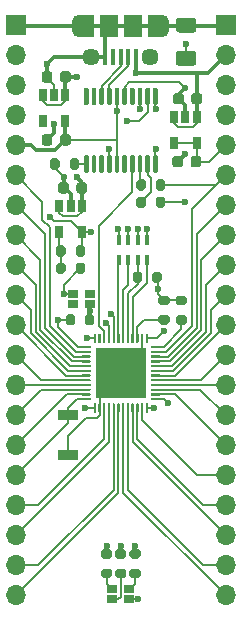
<source format=gtl>
%TF.GenerationSoftware,KiCad,Pcbnew,5.1.9*%
%TF.CreationDate,2021-02-13T19:17:24+03:00*%
%TF.ProjectId,gw1ns2c-board,6777316e-7332-4632-9d62-6f6172642e6b,rev?*%
%TF.SameCoordinates,Original*%
%TF.FileFunction,Copper,L1,Top*%
%TF.FilePolarity,Positive*%
%FSLAX46Y46*%
G04 Gerber Fmt 4.6, Leading zero omitted, Abs format (unit mm)*
G04 Created by KiCad (PCBNEW 5.1.9) date 2021-02-13 19:17:24*
%MOMM*%
%LPD*%
G01*
G04 APERTURE LIST*
%TA.AperFunction,SMDPad,CuDef*%
%ADD10R,1.700000X0.900000*%
%TD*%
%TA.AperFunction,SMDPad,CuDef*%
%ADD11R,4.300000X4.300000*%
%TD*%
%TA.AperFunction,SMDPad,CuDef*%
%ADD12R,0.850000X0.650000*%
%TD*%
%TA.AperFunction,SMDPad,CuDef*%
%ADD13R,0.400000X0.900000*%
%TD*%
%TA.AperFunction,SMDPad,CuDef*%
%ADD14R,0.650000X1.060000*%
%TD*%
%TA.AperFunction,ComponentPad*%
%ADD15O,1.700000X1.700000*%
%TD*%
%TA.AperFunction,ComponentPad*%
%ADD16R,1.700000X1.700000*%
%TD*%
%TA.AperFunction,SMDPad,CuDef*%
%ADD17R,1.200000X1.900000*%
%TD*%
%TA.AperFunction,ComponentPad*%
%ADD18O,1.200000X1.900000*%
%TD*%
%TA.AperFunction,SMDPad,CuDef*%
%ADD19R,1.500000X1.900000*%
%TD*%
%TA.AperFunction,ComponentPad*%
%ADD20C,1.450000*%
%TD*%
%TA.AperFunction,SMDPad,CuDef*%
%ADD21R,0.400000X1.350000*%
%TD*%
%TA.AperFunction,ViaPad*%
%ADD22C,0.600000*%
%TD*%
%TA.AperFunction,Conductor*%
%ADD23C,0.200000*%
%TD*%
%TA.AperFunction,Conductor*%
%ADD24C,0.300000*%
%TD*%
G04 APERTURE END LIST*
%TO.P,D3,2*%
%TO.N,Net-(D3-Pad2)*%
%TA.AperFunction,SMDPad,CuDef*%
G36*
G01*
X39189500Y-27572000D02*
X40439500Y-27572000D01*
G75*
G02*
X40689500Y-27822000I0J-250000D01*
G01*
X40689500Y-28572000D01*
G75*
G02*
X40439500Y-28822000I-250000J0D01*
G01*
X39189500Y-28822000D01*
G75*
G02*
X38939500Y-28572000I0J250000D01*
G01*
X38939500Y-27822000D01*
G75*
G02*
X39189500Y-27572000I250000J0D01*
G01*
G37*
%TD.AperFunction*%
%TO.P,D3,1*%
%TO.N,GND*%
%TA.AperFunction,SMDPad,CuDef*%
G36*
G01*
X39189500Y-24772000D02*
X40439500Y-24772000D01*
G75*
G02*
X40689500Y-25022000I0J-250000D01*
G01*
X40689500Y-25772000D01*
G75*
G02*
X40439500Y-26022000I-250000J0D01*
G01*
X39189500Y-26022000D01*
G75*
G02*
X38939500Y-25772000I0J250000D01*
G01*
X38939500Y-25022000D01*
G75*
G02*
X39189500Y-24772000I250000J0D01*
G01*
G37*
%TD.AperFunction*%
%TD*%
D10*
%TO.P,SW1,2*%
%TO.N,GND*%
X29845000Y-61771000D03*
%TO.P,SW1,1*%
%TO.N,/IO24*%
X29845000Y-58371000D03*
%TD*%
%TO.P,R12,2*%
%TO.N,/HOST_RX*%
%TA.AperFunction,SMDPad,CuDef*%
G36*
G01*
X36405000Y-40111000D02*
X36405000Y-40661000D01*
G75*
G02*
X36205000Y-40861000I-200000J0D01*
G01*
X35805000Y-40861000D01*
G75*
G02*
X35605000Y-40661000I0J200000D01*
G01*
X35605000Y-40111000D01*
G75*
G02*
X35805000Y-39911000I200000J0D01*
G01*
X36205000Y-39911000D01*
G75*
G02*
X36405000Y-40111000I0J-200000D01*
G01*
G37*
%TD.AperFunction*%
%TO.P,R12,1*%
%TO.N,/IO46*%
%TA.AperFunction,SMDPad,CuDef*%
G36*
G01*
X38055000Y-40111000D02*
X38055000Y-40661000D01*
G75*
G02*
X37855000Y-40861000I-200000J0D01*
G01*
X37455000Y-40861000D01*
G75*
G02*
X37255000Y-40661000I0J200000D01*
G01*
X37255000Y-40111000D01*
G75*
G02*
X37455000Y-39911000I200000J0D01*
G01*
X37855000Y-39911000D01*
G75*
G02*
X38055000Y-40111000I0J-200000D01*
G01*
G37*
%TD.AperFunction*%
%TD*%
%TO.P,R11,2*%
%TO.N,/HOST_TX*%
%TA.AperFunction,SMDPad,CuDef*%
G36*
G01*
X36405000Y-38650500D02*
X36405000Y-39200500D01*
G75*
G02*
X36205000Y-39400500I-200000J0D01*
G01*
X35805000Y-39400500D01*
G75*
G02*
X35605000Y-39200500I0J200000D01*
G01*
X35605000Y-38650500D01*
G75*
G02*
X35805000Y-38450500I200000J0D01*
G01*
X36205000Y-38450500D01*
G75*
G02*
X36405000Y-38650500I0J-200000D01*
G01*
G37*
%TD.AperFunction*%
%TO.P,R11,1*%
%TO.N,/IO47*%
%TA.AperFunction,SMDPad,CuDef*%
G36*
G01*
X38055000Y-38650500D02*
X38055000Y-39200500D01*
G75*
G02*
X37855000Y-39400500I-200000J0D01*
G01*
X37455000Y-39400500D01*
G75*
G02*
X37255000Y-39200500I0J200000D01*
G01*
X37255000Y-38650500D01*
G75*
G02*
X37455000Y-38450500I200000J0D01*
G01*
X37855000Y-38450500D01*
G75*
G02*
X38055000Y-38650500I0J-200000D01*
G01*
G37*
%TD.AperFunction*%
%TD*%
D11*
%TO.P,U2,49*%
%TO.N,GND*%
X34290000Y-54864000D03*
%TO.P,U2,48*%
%TO.N,Net-(R1-Pad2)*%
%TA.AperFunction,SMDPad,CuDef*%
G36*
G01*
X36890000Y-52564000D02*
X37590000Y-52564000D01*
G75*
G02*
X37640000Y-52614000I0J-50000D01*
G01*
X37640000Y-52714000D01*
G75*
G02*
X37590000Y-52764000I-50000J0D01*
G01*
X36890000Y-52764000D01*
G75*
G02*
X36840000Y-52714000I0J50000D01*
G01*
X36840000Y-52614000D01*
G75*
G02*
X36890000Y-52564000I50000J0D01*
G01*
G37*
%TD.AperFunction*%
%TO.P,U2,47*%
%TO.N,/IO47*%
%TA.AperFunction,SMDPad,CuDef*%
G36*
G01*
X36890000Y-52964000D02*
X37590000Y-52964000D01*
G75*
G02*
X37640000Y-53014000I0J-50000D01*
G01*
X37640000Y-53114000D01*
G75*
G02*
X37590000Y-53164000I-50000J0D01*
G01*
X36890000Y-53164000D01*
G75*
G02*
X36840000Y-53114000I0J50000D01*
G01*
X36840000Y-53014000D01*
G75*
G02*
X36890000Y-52964000I50000J0D01*
G01*
G37*
%TD.AperFunction*%
%TO.P,U2,46*%
%TO.N,/IO46*%
%TA.AperFunction,SMDPad,CuDef*%
G36*
G01*
X36890000Y-53364000D02*
X37590000Y-53364000D01*
G75*
G02*
X37640000Y-53414000I0J-50000D01*
G01*
X37640000Y-53514000D01*
G75*
G02*
X37590000Y-53564000I-50000J0D01*
G01*
X36890000Y-53564000D01*
G75*
G02*
X36840000Y-53514000I0J50000D01*
G01*
X36840000Y-53414000D01*
G75*
G02*
X36890000Y-53364000I50000J0D01*
G01*
G37*
%TD.AperFunction*%
%TO.P,U2,45*%
%TO.N,/IO45*%
%TA.AperFunction,SMDPad,CuDef*%
G36*
G01*
X36890000Y-53764000D02*
X37590000Y-53764000D01*
G75*
G02*
X37640000Y-53814000I0J-50000D01*
G01*
X37640000Y-53914000D01*
G75*
G02*
X37590000Y-53964000I-50000J0D01*
G01*
X36890000Y-53964000D01*
G75*
G02*
X36840000Y-53914000I0J50000D01*
G01*
X36840000Y-53814000D01*
G75*
G02*
X36890000Y-53764000I50000J0D01*
G01*
G37*
%TD.AperFunction*%
%TO.P,U2,44*%
%TO.N,/IO44*%
%TA.AperFunction,SMDPad,CuDef*%
G36*
G01*
X36890000Y-54164000D02*
X37590000Y-54164000D01*
G75*
G02*
X37640000Y-54214000I0J-50000D01*
G01*
X37640000Y-54314000D01*
G75*
G02*
X37590000Y-54364000I-50000J0D01*
G01*
X36890000Y-54364000D01*
G75*
G02*
X36840000Y-54314000I0J50000D01*
G01*
X36840000Y-54214000D01*
G75*
G02*
X36890000Y-54164000I50000J0D01*
G01*
G37*
%TD.AperFunction*%
%TO.P,U2,43*%
%TO.N,/IO43*%
%TA.AperFunction,SMDPad,CuDef*%
G36*
G01*
X36890000Y-54564000D02*
X37590000Y-54564000D01*
G75*
G02*
X37640000Y-54614000I0J-50000D01*
G01*
X37640000Y-54714000D01*
G75*
G02*
X37590000Y-54764000I-50000J0D01*
G01*
X36890000Y-54764000D01*
G75*
G02*
X36840000Y-54714000I0J50000D01*
G01*
X36840000Y-54614000D01*
G75*
G02*
X36890000Y-54564000I50000J0D01*
G01*
G37*
%TD.AperFunction*%
%TO.P,U2,42*%
%TO.N,/IO42*%
%TA.AperFunction,SMDPad,CuDef*%
G36*
G01*
X36890000Y-54964000D02*
X37590000Y-54964000D01*
G75*
G02*
X37640000Y-55014000I0J-50000D01*
G01*
X37640000Y-55114000D01*
G75*
G02*
X37590000Y-55164000I-50000J0D01*
G01*
X36890000Y-55164000D01*
G75*
G02*
X36840000Y-55114000I0J50000D01*
G01*
X36840000Y-55014000D01*
G75*
G02*
X36890000Y-54964000I50000J0D01*
G01*
G37*
%TD.AperFunction*%
%TO.P,U2,41*%
%TO.N,/IO41*%
%TA.AperFunction,SMDPad,CuDef*%
G36*
G01*
X36890000Y-55364000D02*
X37590000Y-55364000D01*
G75*
G02*
X37640000Y-55414000I0J-50000D01*
G01*
X37640000Y-55514000D01*
G75*
G02*
X37590000Y-55564000I-50000J0D01*
G01*
X36890000Y-55564000D01*
G75*
G02*
X36840000Y-55514000I0J50000D01*
G01*
X36840000Y-55414000D01*
G75*
G02*
X36890000Y-55364000I50000J0D01*
G01*
G37*
%TD.AperFunction*%
%TO.P,U2,40*%
%TO.N,/IO40*%
%TA.AperFunction,SMDPad,CuDef*%
G36*
G01*
X36890000Y-55764000D02*
X37590000Y-55764000D01*
G75*
G02*
X37640000Y-55814000I0J-50000D01*
G01*
X37640000Y-55914000D01*
G75*
G02*
X37590000Y-55964000I-50000J0D01*
G01*
X36890000Y-55964000D01*
G75*
G02*
X36840000Y-55914000I0J50000D01*
G01*
X36840000Y-55814000D01*
G75*
G02*
X36890000Y-55764000I50000J0D01*
G01*
G37*
%TD.AperFunction*%
%TO.P,U2,39*%
%TO.N,/IO39*%
%TA.AperFunction,SMDPad,CuDef*%
G36*
G01*
X36890000Y-56164000D02*
X37590000Y-56164000D01*
G75*
G02*
X37640000Y-56214000I0J-50000D01*
G01*
X37640000Y-56314000D01*
G75*
G02*
X37590000Y-56364000I-50000J0D01*
G01*
X36890000Y-56364000D01*
G75*
G02*
X36840000Y-56314000I0J50000D01*
G01*
X36840000Y-56214000D01*
G75*
G02*
X36890000Y-56164000I50000J0D01*
G01*
G37*
%TD.AperFunction*%
%TO.P,U2,38*%
%TO.N,/IO38*%
%TA.AperFunction,SMDPad,CuDef*%
G36*
G01*
X36890000Y-56564000D02*
X37590000Y-56564000D01*
G75*
G02*
X37640000Y-56614000I0J-50000D01*
G01*
X37640000Y-56714000D01*
G75*
G02*
X37590000Y-56764000I-50000J0D01*
G01*
X36890000Y-56764000D01*
G75*
G02*
X36840000Y-56714000I0J50000D01*
G01*
X36840000Y-56614000D01*
G75*
G02*
X36890000Y-56564000I50000J0D01*
G01*
G37*
%TD.AperFunction*%
%TO.P,U2,37*%
%TO.N,+1V2*%
%TA.AperFunction,SMDPad,CuDef*%
G36*
G01*
X36890000Y-56964000D02*
X37590000Y-56964000D01*
G75*
G02*
X37640000Y-57014000I0J-50000D01*
G01*
X37640000Y-57114000D01*
G75*
G02*
X37590000Y-57164000I-50000J0D01*
G01*
X36890000Y-57164000D01*
G75*
G02*
X36840000Y-57114000I0J50000D01*
G01*
X36840000Y-57014000D01*
G75*
G02*
X36890000Y-56964000I50000J0D01*
G01*
G37*
%TD.AperFunction*%
%TO.P,U2,36*%
%TO.N,+1V8*%
%TA.AperFunction,SMDPad,CuDef*%
G36*
G01*
X36440000Y-57414000D02*
X36540000Y-57414000D01*
G75*
G02*
X36590000Y-57464000I0J-50000D01*
G01*
X36590000Y-58164000D01*
G75*
G02*
X36540000Y-58214000I-50000J0D01*
G01*
X36440000Y-58214000D01*
G75*
G02*
X36390000Y-58164000I0J50000D01*
G01*
X36390000Y-57464000D01*
G75*
G02*
X36440000Y-57414000I50000J0D01*
G01*
G37*
%TD.AperFunction*%
%TO.P,U2,35*%
%TO.N,/IO35*%
%TA.AperFunction,SMDPad,CuDef*%
G36*
G01*
X36040000Y-57414000D02*
X36140000Y-57414000D01*
G75*
G02*
X36190000Y-57464000I0J-50000D01*
G01*
X36190000Y-58164000D01*
G75*
G02*
X36140000Y-58214000I-50000J0D01*
G01*
X36040000Y-58214000D01*
G75*
G02*
X35990000Y-58164000I0J50000D01*
G01*
X35990000Y-57464000D01*
G75*
G02*
X36040000Y-57414000I50000J0D01*
G01*
G37*
%TD.AperFunction*%
%TO.P,U2,34*%
%TO.N,/IO34*%
%TA.AperFunction,SMDPad,CuDef*%
G36*
G01*
X35640000Y-57414000D02*
X35740000Y-57414000D01*
G75*
G02*
X35790000Y-57464000I0J-50000D01*
G01*
X35790000Y-58164000D01*
G75*
G02*
X35740000Y-58214000I-50000J0D01*
G01*
X35640000Y-58214000D01*
G75*
G02*
X35590000Y-58164000I0J50000D01*
G01*
X35590000Y-57464000D01*
G75*
G02*
X35640000Y-57414000I50000J0D01*
G01*
G37*
%TD.AperFunction*%
%TO.P,U2,33*%
%TO.N,/IO33*%
%TA.AperFunction,SMDPad,CuDef*%
G36*
G01*
X35240000Y-57414000D02*
X35340000Y-57414000D01*
G75*
G02*
X35390000Y-57464000I0J-50000D01*
G01*
X35390000Y-58164000D01*
G75*
G02*
X35340000Y-58214000I-50000J0D01*
G01*
X35240000Y-58214000D01*
G75*
G02*
X35190000Y-58164000I0J50000D01*
G01*
X35190000Y-57464000D01*
G75*
G02*
X35240000Y-57414000I50000J0D01*
G01*
G37*
%TD.AperFunction*%
%TO.P,U2,32*%
%TO.N,/IO32*%
%TA.AperFunction,SMDPad,CuDef*%
G36*
G01*
X34840000Y-57414000D02*
X34940000Y-57414000D01*
G75*
G02*
X34990000Y-57464000I0J-50000D01*
G01*
X34990000Y-58164000D01*
G75*
G02*
X34940000Y-58214000I-50000J0D01*
G01*
X34840000Y-58214000D01*
G75*
G02*
X34790000Y-58164000I0J50000D01*
G01*
X34790000Y-57464000D01*
G75*
G02*
X34840000Y-57414000I50000J0D01*
G01*
G37*
%TD.AperFunction*%
%TO.P,U2,31*%
%TO.N,/IO31*%
%TA.AperFunction,SMDPad,CuDef*%
G36*
G01*
X34440000Y-57414000D02*
X34540000Y-57414000D01*
G75*
G02*
X34590000Y-57464000I0J-50000D01*
G01*
X34590000Y-58164000D01*
G75*
G02*
X34540000Y-58214000I-50000J0D01*
G01*
X34440000Y-58214000D01*
G75*
G02*
X34390000Y-58164000I0J50000D01*
G01*
X34390000Y-57464000D01*
G75*
G02*
X34440000Y-57414000I50000J0D01*
G01*
G37*
%TD.AperFunction*%
%TO.P,U2,30*%
%TO.N,/IO30*%
%TA.AperFunction,SMDPad,CuDef*%
G36*
G01*
X34040000Y-57414000D02*
X34140000Y-57414000D01*
G75*
G02*
X34190000Y-57464000I0J-50000D01*
G01*
X34190000Y-58164000D01*
G75*
G02*
X34140000Y-58214000I-50000J0D01*
G01*
X34040000Y-58214000D01*
G75*
G02*
X33990000Y-58164000I0J50000D01*
G01*
X33990000Y-57464000D01*
G75*
G02*
X34040000Y-57414000I50000J0D01*
G01*
G37*
%TD.AperFunction*%
%TO.P,U2,29*%
%TO.N,/IO29*%
%TA.AperFunction,SMDPad,CuDef*%
G36*
G01*
X33640000Y-57414000D02*
X33740000Y-57414000D01*
G75*
G02*
X33790000Y-57464000I0J-50000D01*
G01*
X33790000Y-58164000D01*
G75*
G02*
X33740000Y-58214000I-50000J0D01*
G01*
X33640000Y-58214000D01*
G75*
G02*
X33590000Y-58164000I0J50000D01*
G01*
X33590000Y-57464000D01*
G75*
G02*
X33640000Y-57414000I50000J0D01*
G01*
G37*
%TD.AperFunction*%
%TO.P,U2,28*%
%TO.N,/IO28*%
%TA.AperFunction,SMDPad,CuDef*%
G36*
G01*
X33240000Y-57414000D02*
X33340000Y-57414000D01*
G75*
G02*
X33390000Y-57464000I0J-50000D01*
G01*
X33390000Y-58164000D01*
G75*
G02*
X33340000Y-58214000I-50000J0D01*
G01*
X33240000Y-58214000D01*
G75*
G02*
X33190000Y-58164000I0J50000D01*
G01*
X33190000Y-57464000D01*
G75*
G02*
X33240000Y-57414000I50000J0D01*
G01*
G37*
%TD.AperFunction*%
%TO.P,U2,27*%
%TO.N,/IO27*%
%TA.AperFunction,SMDPad,CuDef*%
G36*
G01*
X32840000Y-57414000D02*
X32940000Y-57414000D01*
G75*
G02*
X32990000Y-57464000I0J-50000D01*
G01*
X32990000Y-58164000D01*
G75*
G02*
X32940000Y-58214000I-50000J0D01*
G01*
X32840000Y-58214000D01*
G75*
G02*
X32790000Y-58164000I0J50000D01*
G01*
X32790000Y-57464000D01*
G75*
G02*
X32840000Y-57414000I50000J0D01*
G01*
G37*
%TD.AperFunction*%
%TO.P,U2,26*%
%TO.N,GND*%
%TA.AperFunction,SMDPad,CuDef*%
G36*
G01*
X32440000Y-57414000D02*
X32540000Y-57414000D01*
G75*
G02*
X32590000Y-57464000I0J-50000D01*
G01*
X32590000Y-58164000D01*
G75*
G02*
X32540000Y-58214000I-50000J0D01*
G01*
X32440000Y-58214000D01*
G75*
G02*
X32390000Y-58164000I0J50000D01*
G01*
X32390000Y-57464000D01*
G75*
G02*
X32440000Y-57414000I50000J0D01*
G01*
G37*
%TD.AperFunction*%
%TO.P,U2,25*%
%TO.N,+3V3*%
%TA.AperFunction,SMDPad,CuDef*%
G36*
G01*
X32040000Y-57414000D02*
X32140000Y-57414000D01*
G75*
G02*
X32190000Y-57464000I0J-50000D01*
G01*
X32190000Y-58164000D01*
G75*
G02*
X32140000Y-58214000I-50000J0D01*
G01*
X32040000Y-58214000D01*
G75*
G02*
X31990000Y-58164000I0J50000D01*
G01*
X31990000Y-57464000D01*
G75*
G02*
X32040000Y-57414000I50000J0D01*
G01*
G37*
%TD.AperFunction*%
%TO.P,U2,24*%
%TO.N,/IO24*%
%TA.AperFunction,SMDPad,CuDef*%
G36*
G01*
X30990000Y-56964000D02*
X31690000Y-56964000D01*
G75*
G02*
X31740000Y-57014000I0J-50000D01*
G01*
X31740000Y-57114000D01*
G75*
G02*
X31690000Y-57164000I-50000J0D01*
G01*
X30990000Y-57164000D01*
G75*
G02*
X30940000Y-57114000I0J50000D01*
G01*
X30940000Y-57014000D01*
G75*
G02*
X30990000Y-56964000I50000J0D01*
G01*
G37*
%TD.AperFunction*%
%TO.P,U2,23*%
%TO.N,/IO23*%
%TA.AperFunction,SMDPad,CuDef*%
G36*
G01*
X30990000Y-56564000D02*
X31690000Y-56564000D01*
G75*
G02*
X31740000Y-56614000I0J-50000D01*
G01*
X31740000Y-56714000D01*
G75*
G02*
X31690000Y-56764000I-50000J0D01*
G01*
X30990000Y-56764000D01*
G75*
G02*
X30940000Y-56714000I0J50000D01*
G01*
X30940000Y-56614000D01*
G75*
G02*
X30990000Y-56564000I50000J0D01*
G01*
G37*
%TD.AperFunction*%
%TO.P,U2,22*%
%TO.N,/IO22*%
%TA.AperFunction,SMDPad,CuDef*%
G36*
G01*
X30990000Y-56164000D02*
X31690000Y-56164000D01*
G75*
G02*
X31740000Y-56214000I0J-50000D01*
G01*
X31740000Y-56314000D01*
G75*
G02*
X31690000Y-56364000I-50000J0D01*
G01*
X30990000Y-56364000D01*
G75*
G02*
X30940000Y-56314000I0J50000D01*
G01*
X30940000Y-56214000D01*
G75*
G02*
X30990000Y-56164000I50000J0D01*
G01*
G37*
%TD.AperFunction*%
%TO.P,U2,21*%
%TO.N,/IO21*%
%TA.AperFunction,SMDPad,CuDef*%
G36*
G01*
X30990000Y-55764000D02*
X31690000Y-55764000D01*
G75*
G02*
X31740000Y-55814000I0J-50000D01*
G01*
X31740000Y-55914000D01*
G75*
G02*
X31690000Y-55964000I-50000J0D01*
G01*
X30990000Y-55964000D01*
G75*
G02*
X30940000Y-55914000I0J50000D01*
G01*
X30940000Y-55814000D01*
G75*
G02*
X30990000Y-55764000I50000J0D01*
G01*
G37*
%TD.AperFunction*%
%TO.P,U2,20*%
%TO.N,/IO20*%
%TA.AperFunction,SMDPad,CuDef*%
G36*
G01*
X30990000Y-55364000D02*
X31690000Y-55364000D01*
G75*
G02*
X31740000Y-55414000I0J-50000D01*
G01*
X31740000Y-55514000D01*
G75*
G02*
X31690000Y-55564000I-50000J0D01*
G01*
X30990000Y-55564000D01*
G75*
G02*
X30940000Y-55514000I0J50000D01*
G01*
X30940000Y-55414000D01*
G75*
G02*
X30990000Y-55364000I50000J0D01*
G01*
G37*
%TD.AperFunction*%
%TO.P,U2,19*%
%TO.N,/IO19*%
%TA.AperFunction,SMDPad,CuDef*%
G36*
G01*
X30990000Y-54964000D02*
X31690000Y-54964000D01*
G75*
G02*
X31740000Y-55014000I0J-50000D01*
G01*
X31740000Y-55114000D01*
G75*
G02*
X31690000Y-55164000I-50000J0D01*
G01*
X30990000Y-55164000D01*
G75*
G02*
X30940000Y-55114000I0J50000D01*
G01*
X30940000Y-55014000D01*
G75*
G02*
X30990000Y-54964000I50000J0D01*
G01*
G37*
%TD.AperFunction*%
%TO.P,U2,18*%
%TO.N,/IO18*%
%TA.AperFunction,SMDPad,CuDef*%
G36*
G01*
X30990000Y-54564000D02*
X31690000Y-54564000D01*
G75*
G02*
X31740000Y-54614000I0J-50000D01*
G01*
X31740000Y-54714000D01*
G75*
G02*
X31690000Y-54764000I-50000J0D01*
G01*
X30990000Y-54764000D01*
G75*
G02*
X30940000Y-54714000I0J50000D01*
G01*
X30940000Y-54614000D01*
G75*
G02*
X30990000Y-54564000I50000J0D01*
G01*
G37*
%TD.AperFunction*%
%TO.P,U2,17*%
%TO.N,/IO17*%
%TA.AperFunction,SMDPad,CuDef*%
G36*
G01*
X30990000Y-54164000D02*
X31690000Y-54164000D01*
G75*
G02*
X31740000Y-54214000I0J-50000D01*
G01*
X31740000Y-54314000D01*
G75*
G02*
X31690000Y-54364000I-50000J0D01*
G01*
X30990000Y-54364000D01*
G75*
G02*
X30940000Y-54314000I0J50000D01*
G01*
X30940000Y-54214000D01*
G75*
G02*
X30990000Y-54164000I50000J0D01*
G01*
G37*
%TD.AperFunction*%
%TO.P,U2,16*%
%TO.N,/IO16*%
%TA.AperFunction,SMDPad,CuDef*%
G36*
G01*
X30990000Y-53764000D02*
X31690000Y-53764000D01*
G75*
G02*
X31740000Y-53814000I0J-50000D01*
G01*
X31740000Y-53914000D01*
G75*
G02*
X31690000Y-53964000I-50000J0D01*
G01*
X30990000Y-53964000D01*
G75*
G02*
X30940000Y-53914000I0J50000D01*
G01*
X30940000Y-53814000D01*
G75*
G02*
X30990000Y-53764000I50000J0D01*
G01*
G37*
%TD.AperFunction*%
%TO.P,U2,15*%
%TO.N,/IO15*%
%TA.AperFunction,SMDPad,CuDef*%
G36*
G01*
X30990000Y-53364000D02*
X31690000Y-53364000D01*
G75*
G02*
X31740000Y-53414000I0J-50000D01*
G01*
X31740000Y-53514000D01*
G75*
G02*
X31690000Y-53564000I-50000J0D01*
G01*
X30990000Y-53564000D01*
G75*
G02*
X30940000Y-53514000I0J50000D01*
G01*
X30940000Y-53414000D01*
G75*
G02*
X30990000Y-53364000I50000J0D01*
G01*
G37*
%TD.AperFunction*%
%TO.P,U2,14*%
%TO.N,/IO14*%
%TA.AperFunction,SMDPad,CuDef*%
G36*
G01*
X30990000Y-52964000D02*
X31690000Y-52964000D01*
G75*
G02*
X31740000Y-53014000I0J-50000D01*
G01*
X31740000Y-53114000D01*
G75*
G02*
X31690000Y-53164000I-50000J0D01*
G01*
X30990000Y-53164000D01*
G75*
G02*
X30940000Y-53114000I0J50000D01*
G01*
X30940000Y-53014000D01*
G75*
G02*
X30990000Y-52964000I50000J0D01*
G01*
G37*
%TD.AperFunction*%
%TO.P,U2,13*%
%TO.N,+3V3*%
%TA.AperFunction,SMDPad,CuDef*%
G36*
G01*
X30990000Y-52564000D02*
X31690000Y-52564000D01*
G75*
G02*
X31740000Y-52614000I0J-50000D01*
G01*
X31740000Y-52714000D01*
G75*
G02*
X31690000Y-52764000I-50000J0D01*
G01*
X30990000Y-52764000D01*
G75*
G02*
X30940000Y-52714000I0J50000D01*
G01*
X30940000Y-52614000D01*
G75*
G02*
X30990000Y-52564000I50000J0D01*
G01*
G37*
%TD.AperFunction*%
%TO.P,U2,12*%
%TO.N,+1V2*%
%TA.AperFunction,SMDPad,CuDef*%
G36*
G01*
X32040000Y-51514000D02*
X32140000Y-51514000D01*
G75*
G02*
X32190000Y-51564000I0J-50000D01*
G01*
X32190000Y-52264000D01*
G75*
G02*
X32140000Y-52314000I-50000J0D01*
G01*
X32040000Y-52314000D01*
G75*
G02*
X31990000Y-52264000I0J50000D01*
G01*
X31990000Y-51564000D01*
G75*
G02*
X32040000Y-51514000I50000J0D01*
G01*
G37*
%TD.AperFunction*%
%TO.P,U2,11*%
%TO.N,Net-(U2-Pad11)*%
%TA.AperFunction,SMDPad,CuDef*%
G36*
G01*
X32440000Y-51514000D02*
X32540000Y-51514000D01*
G75*
G02*
X32590000Y-51564000I0J-50000D01*
G01*
X32590000Y-52264000D01*
G75*
G02*
X32540000Y-52314000I-50000J0D01*
G01*
X32440000Y-52314000D01*
G75*
G02*
X32390000Y-52264000I0J50000D01*
G01*
X32390000Y-51564000D01*
G75*
G02*
X32440000Y-51514000I50000J0D01*
G01*
G37*
%TD.AperFunction*%
%TO.P,U2,10*%
%TO.N,/CLK12*%
%TA.AperFunction,SMDPad,CuDef*%
G36*
G01*
X32840000Y-51514000D02*
X32940000Y-51514000D01*
G75*
G02*
X32990000Y-51564000I0J-50000D01*
G01*
X32990000Y-52264000D01*
G75*
G02*
X32940000Y-52314000I-50000J0D01*
G01*
X32840000Y-52314000D01*
G75*
G02*
X32790000Y-52264000I0J50000D01*
G01*
X32790000Y-51564000D01*
G75*
G02*
X32840000Y-51514000I50000J0D01*
G01*
G37*
%TD.AperFunction*%
%TO.P,U2,9*%
%TO.N,/DONE*%
%TA.AperFunction,SMDPad,CuDef*%
G36*
G01*
X33240000Y-51514000D02*
X33340000Y-51514000D01*
G75*
G02*
X33390000Y-51564000I0J-50000D01*
G01*
X33390000Y-52264000D01*
G75*
G02*
X33340000Y-52314000I-50000J0D01*
G01*
X33240000Y-52314000D01*
G75*
G02*
X33190000Y-52264000I0J50000D01*
G01*
X33190000Y-51564000D01*
G75*
G02*
X33240000Y-51514000I50000J0D01*
G01*
G37*
%TD.AperFunction*%
%TO.P,U2,8*%
%TO.N,+1V8*%
%TA.AperFunction,SMDPad,CuDef*%
G36*
G01*
X33640000Y-51514000D02*
X33740000Y-51514000D01*
G75*
G02*
X33790000Y-51564000I0J-50000D01*
G01*
X33790000Y-52264000D01*
G75*
G02*
X33740000Y-52314000I-50000J0D01*
G01*
X33640000Y-52314000D01*
G75*
G02*
X33590000Y-52264000I0J50000D01*
G01*
X33590000Y-51564000D01*
G75*
G02*
X33640000Y-51514000I50000J0D01*
G01*
G37*
%TD.AperFunction*%
%TO.P,U2,7*%
%TO.N,/J_TDO*%
%TA.AperFunction,SMDPad,CuDef*%
G36*
G01*
X34040000Y-51514000D02*
X34140000Y-51514000D01*
G75*
G02*
X34190000Y-51564000I0J-50000D01*
G01*
X34190000Y-52264000D01*
G75*
G02*
X34140000Y-52314000I-50000J0D01*
G01*
X34040000Y-52314000D01*
G75*
G02*
X33990000Y-52264000I0J50000D01*
G01*
X33990000Y-51564000D01*
G75*
G02*
X34040000Y-51514000I50000J0D01*
G01*
G37*
%TD.AperFunction*%
%TO.P,U2,6*%
%TO.N,/J_TDI*%
%TA.AperFunction,SMDPad,CuDef*%
G36*
G01*
X34440000Y-51514000D02*
X34540000Y-51514000D01*
G75*
G02*
X34590000Y-51564000I0J-50000D01*
G01*
X34590000Y-52264000D01*
G75*
G02*
X34540000Y-52314000I-50000J0D01*
G01*
X34440000Y-52314000D01*
G75*
G02*
X34390000Y-52264000I0J50000D01*
G01*
X34390000Y-51564000D01*
G75*
G02*
X34440000Y-51514000I50000J0D01*
G01*
G37*
%TD.AperFunction*%
%TO.P,U2,5*%
%TO.N,/J_TCK*%
%TA.AperFunction,SMDPad,CuDef*%
G36*
G01*
X34840000Y-51514000D02*
X34940000Y-51514000D01*
G75*
G02*
X34990000Y-51564000I0J-50000D01*
G01*
X34990000Y-52264000D01*
G75*
G02*
X34940000Y-52314000I-50000J0D01*
G01*
X34840000Y-52314000D01*
G75*
G02*
X34790000Y-52264000I0J50000D01*
G01*
X34790000Y-51564000D01*
G75*
G02*
X34840000Y-51514000I50000J0D01*
G01*
G37*
%TD.AperFunction*%
%TO.P,U2,4*%
%TO.N,/J_TMS*%
%TA.AperFunction,SMDPad,CuDef*%
G36*
G01*
X35240000Y-51514000D02*
X35340000Y-51514000D01*
G75*
G02*
X35390000Y-51564000I0J-50000D01*
G01*
X35390000Y-52264000D01*
G75*
G02*
X35340000Y-52314000I-50000J0D01*
G01*
X35240000Y-52314000D01*
G75*
G02*
X35190000Y-52264000I0J50000D01*
G01*
X35190000Y-51564000D01*
G75*
G02*
X35240000Y-51514000I50000J0D01*
G01*
G37*
%TD.AperFunction*%
%TO.P,U2,3*%
%TO.N,Net-(R4-Pad2)*%
%TA.AperFunction,SMDPad,CuDef*%
G36*
G01*
X35640000Y-51514000D02*
X35740000Y-51514000D01*
G75*
G02*
X35790000Y-51564000I0J-50000D01*
G01*
X35790000Y-52264000D01*
G75*
G02*
X35740000Y-52314000I-50000J0D01*
G01*
X35640000Y-52314000D01*
G75*
G02*
X35590000Y-52264000I0J50000D01*
G01*
X35590000Y-51564000D01*
G75*
G02*
X35640000Y-51514000I50000J0D01*
G01*
G37*
%TD.AperFunction*%
%TO.P,U2,2*%
%TO.N,GND*%
%TA.AperFunction,SMDPad,CuDef*%
G36*
G01*
X36040000Y-51514000D02*
X36140000Y-51514000D01*
G75*
G02*
X36190000Y-51564000I0J-50000D01*
G01*
X36190000Y-52264000D01*
G75*
G02*
X36140000Y-52314000I-50000J0D01*
G01*
X36040000Y-52314000D01*
G75*
G02*
X35990000Y-52264000I0J50000D01*
G01*
X35990000Y-51564000D01*
G75*
G02*
X36040000Y-51514000I50000J0D01*
G01*
G37*
%TD.AperFunction*%
%TO.P,U2,1*%
%TO.N,+3V3*%
%TA.AperFunction,SMDPad,CuDef*%
G36*
G01*
X36440000Y-51514000D02*
X36540000Y-51514000D01*
G75*
G02*
X36590000Y-51564000I0J-50000D01*
G01*
X36590000Y-52264000D01*
G75*
G02*
X36540000Y-52314000I-50000J0D01*
G01*
X36440000Y-52314000D01*
G75*
G02*
X36390000Y-52264000I0J50000D01*
G01*
X36390000Y-51564000D01*
G75*
G02*
X36440000Y-51514000I50000J0D01*
G01*
G37*
%TD.AperFunction*%
%TD*%
D12*
%TO.P,D2,4*%
%TO.N,+3V3*%
X35015000Y-74025000D03*
%TO.P,D2,3*%
%TO.N,Net-(D2-Pad3)*%
X35015000Y-73175000D03*
%TO.P,D2,2*%
%TO.N,Net-(D2-Pad2)*%
X33565000Y-73175000D03*
%TO.P,D2,1*%
%TO.N,Net-(D2-Pad1)*%
X33565000Y-74025000D03*
%TD*%
%TO.P,D1,4*%
%TO.N,/DONE*%
X31662200Y-48989800D03*
%TO.P,D1,3*%
%TO.N,Net-(D1-Pad3)*%
X31662200Y-48139800D03*
%TO.P,D1,2*%
%TO.N,GND*%
X30212200Y-48139800D03*
%TO.P,D1,1*%
%TO.N,Net-(D1-Pad1)*%
X30212200Y-48989800D03*
%TD*%
D13*
%TO.P,RN1,5*%
%TO.N,/J_TDO*%
X34106000Y-45300000D03*
%TO.P,RN1,6*%
%TO.N,/J_TDI*%
X34906000Y-45300000D03*
%TO.P,RN1,7*%
%TO.N,/J_TCK*%
X35706000Y-45300000D03*
%TO.P,RN1,8*%
%TO.N,/J_TMS*%
X36506000Y-45300000D03*
%TO.P,RN1,4*%
%TO.N,/JTDO*%
X34106000Y-43600000D03*
%TO.P,RN1,1*%
%TO.N,/JTMS*%
X36506000Y-43600000D03*
%TO.P,RN1,3*%
%TO.N,/JTDI*%
X34906000Y-43600000D03*
%TO.P,RN1,2*%
%TO.N,/JTCK*%
X35706000Y-43600000D03*
%TD*%
D14*
%TO.P,U5,5*%
%TO.N,+1V8*%
X30985500Y-42946500D03*
%TO.P,U5,4*%
%TO.N,Net-(R10-Pad2)*%
X29085500Y-42946500D03*
%TO.P,U5,3*%
%TO.N,VBUS*%
X29085500Y-40746500D03*
%TO.P,U5,2*%
%TO.N,GND*%
X30035500Y-40746500D03*
%TO.P,U5,1*%
%TO.N,VBUS*%
X30985500Y-40746500D03*
%TD*%
%TO.P,U4,5*%
%TO.N,+3V3*%
X29588500Y-33548500D03*
%TO.P,U4,4*%
%TO.N,Net-(U4-Pad4)*%
X27688500Y-33548500D03*
%TO.P,U4,3*%
%TO.N,VBUS*%
X27688500Y-31348500D03*
%TO.P,U4,2*%
%TO.N,GND*%
X28638500Y-31348500D03*
%TO.P,U4,1*%
%TO.N,VBUS*%
X29588500Y-31348500D03*
%TD*%
%TO.P,U3,5*%
%TO.N,+1V2*%
X40701000Y-35390000D03*
%TO.P,U3,4*%
X38801000Y-35390000D03*
%TO.P,U3,3*%
%TO.N,VBUS*%
X38801000Y-33190000D03*
%TO.P,U3,2*%
%TO.N,GND*%
X39751000Y-33190000D03*
%TO.P,U3,1*%
%TO.N,VBUS*%
X40701000Y-33190000D03*
%TD*%
%TO.P,U1,20*%
%TO.N,Net-(U1-Pad20)*%
%TA.AperFunction,SMDPad,CuDef*%
G36*
G01*
X31465000Y-32165000D02*
X31265000Y-32165000D01*
G75*
G02*
X31165000Y-32065000I0J100000D01*
G01*
X31165000Y-30790000D01*
G75*
G02*
X31265000Y-30690000I100000J0D01*
G01*
X31465000Y-30690000D01*
G75*
G02*
X31565000Y-30790000I0J-100000D01*
G01*
X31565000Y-32065000D01*
G75*
G02*
X31465000Y-32165000I-100000J0D01*
G01*
G37*
%TD.AperFunction*%
%TO.P,U1,19*%
%TO.N,Net-(U1-Pad19)*%
%TA.AperFunction,SMDPad,CuDef*%
G36*
G01*
X32115000Y-32165000D02*
X31915000Y-32165000D01*
G75*
G02*
X31815000Y-32065000I0J100000D01*
G01*
X31815000Y-30790000D01*
G75*
G02*
X31915000Y-30690000I100000J0D01*
G01*
X32115000Y-30690000D01*
G75*
G02*
X32215000Y-30790000I0J-100000D01*
G01*
X32215000Y-32065000D01*
G75*
G02*
X32115000Y-32165000I-100000J0D01*
G01*
G37*
%TD.AperFunction*%
%TO.P,U1,18*%
%TO.N,/USB_DP*%
%TA.AperFunction,SMDPad,CuDef*%
G36*
G01*
X32765000Y-32165000D02*
X32565000Y-32165000D01*
G75*
G02*
X32465000Y-32065000I0J100000D01*
G01*
X32465000Y-30790000D01*
G75*
G02*
X32565000Y-30690000I100000J0D01*
G01*
X32765000Y-30690000D01*
G75*
G02*
X32865000Y-30790000I0J-100000D01*
G01*
X32865000Y-32065000D01*
G75*
G02*
X32765000Y-32165000I-100000J0D01*
G01*
G37*
%TD.AperFunction*%
%TO.P,U1,17*%
%TO.N,/USB_DM*%
%TA.AperFunction,SMDPad,CuDef*%
G36*
G01*
X33415000Y-32165000D02*
X33215000Y-32165000D01*
G75*
G02*
X33115000Y-32065000I0J100000D01*
G01*
X33115000Y-30790000D01*
G75*
G02*
X33215000Y-30690000I100000J0D01*
G01*
X33415000Y-30690000D01*
G75*
G02*
X33515000Y-30790000I0J-100000D01*
G01*
X33515000Y-32065000D01*
G75*
G02*
X33415000Y-32165000I-100000J0D01*
G01*
G37*
%TD.AperFunction*%
%TO.P,U1,16*%
%TO.N,+3V3*%
%TA.AperFunction,SMDPad,CuDef*%
G36*
G01*
X34065000Y-32165000D02*
X33865000Y-32165000D01*
G75*
G02*
X33765000Y-32065000I0J100000D01*
G01*
X33765000Y-30790000D01*
G75*
G02*
X33865000Y-30690000I100000J0D01*
G01*
X34065000Y-30690000D01*
G75*
G02*
X34165000Y-30790000I0J-100000D01*
G01*
X34165000Y-32065000D01*
G75*
G02*
X34065000Y-32165000I-100000J0D01*
G01*
G37*
%TD.AperFunction*%
%TO.P,U1,15*%
%TO.N,GND*%
%TA.AperFunction,SMDPad,CuDef*%
G36*
G01*
X34715000Y-32165000D02*
X34515000Y-32165000D01*
G75*
G02*
X34415000Y-32065000I0J100000D01*
G01*
X34415000Y-30790000D01*
G75*
G02*
X34515000Y-30690000I100000J0D01*
G01*
X34715000Y-30690000D01*
G75*
G02*
X34815000Y-30790000I0J-100000D01*
G01*
X34815000Y-32065000D01*
G75*
G02*
X34715000Y-32165000I-100000J0D01*
G01*
G37*
%TD.AperFunction*%
%TO.P,U1,14*%
%TO.N,Net-(U1-Pad14)*%
%TA.AperFunction,SMDPad,CuDef*%
G36*
G01*
X35365000Y-32165000D02*
X35165000Y-32165000D01*
G75*
G02*
X35065000Y-32065000I0J100000D01*
G01*
X35065000Y-30790000D01*
G75*
G02*
X35165000Y-30690000I100000J0D01*
G01*
X35365000Y-30690000D01*
G75*
G02*
X35465000Y-30790000I0J-100000D01*
G01*
X35465000Y-32065000D01*
G75*
G02*
X35365000Y-32165000I-100000J0D01*
G01*
G37*
%TD.AperFunction*%
%TO.P,U1,13*%
%TO.N,/JTDI*%
%TA.AperFunction,SMDPad,CuDef*%
G36*
G01*
X36015000Y-32165000D02*
X35815000Y-32165000D01*
G75*
G02*
X35715000Y-32065000I0J100000D01*
G01*
X35715000Y-30790000D01*
G75*
G02*
X35815000Y-30690000I100000J0D01*
G01*
X36015000Y-30690000D01*
G75*
G02*
X36115000Y-30790000I0J-100000D01*
G01*
X36115000Y-32065000D01*
G75*
G02*
X36015000Y-32165000I-100000J0D01*
G01*
G37*
%TD.AperFunction*%
%TO.P,U1,12*%
%TO.N,/JTDO*%
%TA.AperFunction,SMDPad,CuDef*%
G36*
G01*
X36665000Y-32165000D02*
X36465000Y-32165000D01*
G75*
G02*
X36365000Y-32065000I0J100000D01*
G01*
X36365000Y-30790000D01*
G75*
G02*
X36465000Y-30690000I100000J0D01*
G01*
X36665000Y-30690000D01*
G75*
G02*
X36765000Y-30790000I0J-100000D01*
G01*
X36765000Y-32065000D01*
G75*
G02*
X36665000Y-32165000I-100000J0D01*
G01*
G37*
%TD.AperFunction*%
%TO.P,U1,11*%
%TO.N,/JTCK*%
%TA.AperFunction,SMDPad,CuDef*%
G36*
G01*
X37315000Y-32165000D02*
X37115000Y-32165000D01*
G75*
G02*
X37015000Y-32065000I0J100000D01*
G01*
X37015000Y-30790000D01*
G75*
G02*
X37115000Y-30690000I100000J0D01*
G01*
X37315000Y-30690000D01*
G75*
G02*
X37415000Y-30790000I0J-100000D01*
G01*
X37415000Y-32065000D01*
G75*
G02*
X37315000Y-32165000I-100000J0D01*
G01*
G37*
%TD.AperFunction*%
%TO.P,U1,10*%
%TO.N,/JTMS*%
%TA.AperFunction,SMDPad,CuDef*%
G36*
G01*
X37315000Y-37890000D02*
X37115000Y-37890000D01*
G75*
G02*
X37015000Y-37790000I0J100000D01*
G01*
X37015000Y-36515000D01*
G75*
G02*
X37115000Y-36415000I100000J0D01*
G01*
X37315000Y-36415000D01*
G75*
G02*
X37415000Y-36515000I0J-100000D01*
G01*
X37415000Y-37790000D01*
G75*
G02*
X37315000Y-37890000I-100000J0D01*
G01*
G37*
%TD.AperFunction*%
%TO.P,U1,9*%
%TO.N,/HOST_RX*%
%TA.AperFunction,SMDPad,CuDef*%
G36*
G01*
X36665000Y-37890000D02*
X36465000Y-37890000D01*
G75*
G02*
X36365000Y-37790000I0J100000D01*
G01*
X36365000Y-36515000D01*
G75*
G02*
X36465000Y-36415000I100000J0D01*
G01*
X36665000Y-36415000D01*
G75*
G02*
X36765000Y-36515000I0J-100000D01*
G01*
X36765000Y-37790000D01*
G75*
G02*
X36665000Y-37890000I-100000J0D01*
G01*
G37*
%TD.AperFunction*%
%TO.P,U1,8*%
%TO.N,/HOST_TX*%
%TA.AperFunction,SMDPad,CuDef*%
G36*
G01*
X36015000Y-37890000D02*
X35815000Y-37890000D01*
G75*
G02*
X35715000Y-37790000I0J100000D01*
G01*
X35715000Y-36515000D01*
G75*
G02*
X35815000Y-36415000I100000J0D01*
G01*
X36015000Y-36415000D01*
G75*
G02*
X36115000Y-36515000I0J-100000D01*
G01*
X36115000Y-37790000D01*
G75*
G02*
X36015000Y-37890000I-100000J0D01*
G01*
G37*
%TD.AperFunction*%
%TO.P,U1,7*%
%TO.N,/CLK12*%
%TA.AperFunction,SMDPad,CuDef*%
G36*
G01*
X35365000Y-37890000D02*
X35165000Y-37890000D01*
G75*
G02*
X35065000Y-37790000I0J100000D01*
G01*
X35065000Y-36515000D01*
G75*
G02*
X35165000Y-36415000I100000J0D01*
G01*
X35365000Y-36415000D01*
G75*
G02*
X35465000Y-36515000I0J-100000D01*
G01*
X35465000Y-37790000D01*
G75*
G02*
X35365000Y-37890000I-100000J0D01*
G01*
G37*
%TD.AperFunction*%
%TO.P,U1,6*%
%TO.N,Net-(U1-Pad6)*%
%TA.AperFunction,SMDPad,CuDef*%
G36*
G01*
X34715000Y-37890000D02*
X34515000Y-37890000D01*
G75*
G02*
X34415000Y-37790000I0J100000D01*
G01*
X34415000Y-36515000D01*
G75*
G02*
X34515000Y-36415000I100000J0D01*
G01*
X34715000Y-36415000D01*
G75*
G02*
X34815000Y-36515000I0J-100000D01*
G01*
X34815000Y-37790000D01*
G75*
G02*
X34715000Y-37890000I-100000J0D01*
G01*
G37*
%TD.AperFunction*%
%TO.P,U1,5*%
%TO.N,+3V3*%
%TA.AperFunction,SMDPad,CuDef*%
G36*
G01*
X34065000Y-37890000D02*
X33865000Y-37890000D01*
G75*
G02*
X33765000Y-37790000I0J100000D01*
G01*
X33765000Y-36515000D01*
G75*
G02*
X33865000Y-36415000I100000J0D01*
G01*
X34065000Y-36415000D01*
G75*
G02*
X34165000Y-36515000I0J-100000D01*
G01*
X34165000Y-37790000D01*
G75*
G02*
X34065000Y-37890000I-100000J0D01*
G01*
G37*
%TD.AperFunction*%
%TO.P,U1,4*%
%TO.N,/RST*%
%TA.AperFunction,SMDPad,CuDef*%
G36*
G01*
X33415000Y-37890000D02*
X33215000Y-37890000D01*
G75*
G02*
X33115000Y-37790000I0J100000D01*
G01*
X33115000Y-36515000D01*
G75*
G02*
X33215000Y-36415000I100000J0D01*
G01*
X33415000Y-36415000D01*
G75*
G02*
X33515000Y-36515000I0J-100000D01*
G01*
X33515000Y-37790000D01*
G75*
G02*
X33415000Y-37890000I-100000J0D01*
G01*
G37*
%TD.AperFunction*%
%TO.P,U1,3*%
%TO.N,Net-(U1-Pad3)*%
%TA.AperFunction,SMDPad,CuDef*%
G36*
G01*
X32765000Y-37890000D02*
X32565000Y-37890000D01*
G75*
G02*
X32465000Y-37790000I0J100000D01*
G01*
X32465000Y-36515000D01*
G75*
G02*
X32565000Y-36415000I100000J0D01*
G01*
X32765000Y-36415000D01*
G75*
G02*
X32865000Y-36515000I0J-100000D01*
G01*
X32865000Y-37790000D01*
G75*
G02*
X32765000Y-37890000I-100000J0D01*
G01*
G37*
%TD.AperFunction*%
%TO.P,U1,2*%
%TO.N,Net-(U1-Pad2)*%
%TA.AperFunction,SMDPad,CuDef*%
G36*
G01*
X32115000Y-37890000D02*
X31915000Y-37890000D01*
G75*
G02*
X31815000Y-37790000I0J100000D01*
G01*
X31815000Y-36515000D01*
G75*
G02*
X31915000Y-36415000I100000J0D01*
G01*
X32115000Y-36415000D01*
G75*
G02*
X32215000Y-36515000I0J-100000D01*
G01*
X32215000Y-37790000D01*
G75*
G02*
X32115000Y-37890000I-100000J0D01*
G01*
G37*
%TD.AperFunction*%
%TO.P,U1,1*%
%TO.N,Net-(R2-Pad1)*%
%TA.AperFunction,SMDPad,CuDef*%
G36*
G01*
X31465000Y-37890000D02*
X31265000Y-37890000D01*
G75*
G02*
X31165000Y-37790000I0J100000D01*
G01*
X31165000Y-36515000D01*
G75*
G02*
X31265000Y-36415000I100000J0D01*
G01*
X31465000Y-36415000D01*
G75*
G02*
X31565000Y-36515000I0J-100000D01*
G01*
X31565000Y-37790000D01*
G75*
G02*
X31465000Y-37890000I-100000J0D01*
G01*
G37*
%TD.AperFunction*%
%TD*%
%TO.P,R10,2*%
%TO.N,Net-(R10-Pad2)*%
%TA.AperFunction,SMDPad,CuDef*%
G36*
G01*
X29610500Y-45699000D02*
X29610500Y-46249000D01*
G75*
G02*
X29410500Y-46449000I-200000J0D01*
G01*
X29010500Y-46449000D01*
G75*
G02*
X28810500Y-46249000I0J200000D01*
G01*
X28810500Y-45699000D01*
G75*
G02*
X29010500Y-45499000I200000J0D01*
G01*
X29410500Y-45499000D01*
G75*
G02*
X29610500Y-45699000I0J-200000D01*
G01*
G37*
%TD.AperFunction*%
%TO.P,R10,1*%
%TO.N,GND*%
%TA.AperFunction,SMDPad,CuDef*%
G36*
G01*
X31260500Y-45699000D02*
X31260500Y-46249000D01*
G75*
G02*
X31060500Y-46449000I-200000J0D01*
G01*
X30660500Y-46449000D01*
G75*
G02*
X30460500Y-46249000I0J200000D01*
G01*
X30460500Y-45699000D01*
G75*
G02*
X30660500Y-45499000I200000J0D01*
G01*
X31060500Y-45499000D01*
G75*
G02*
X31260500Y-45699000I0J-200000D01*
G01*
G37*
%TD.AperFunction*%
%TD*%
%TO.P,R9,2*%
%TO.N,+1V8*%
%TA.AperFunction,SMDPad,CuDef*%
G36*
G01*
X30460500Y-44788500D02*
X30460500Y-44238500D01*
G75*
G02*
X30660500Y-44038500I200000J0D01*
G01*
X31060500Y-44038500D01*
G75*
G02*
X31260500Y-44238500I0J-200000D01*
G01*
X31260500Y-44788500D01*
G75*
G02*
X31060500Y-44988500I-200000J0D01*
G01*
X30660500Y-44988500D01*
G75*
G02*
X30460500Y-44788500I0J200000D01*
G01*
G37*
%TD.AperFunction*%
%TO.P,R9,1*%
%TO.N,Net-(R10-Pad2)*%
%TA.AperFunction,SMDPad,CuDef*%
G36*
G01*
X28810500Y-44788500D02*
X28810500Y-44238500D01*
G75*
G02*
X29010500Y-44038500I200000J0D01*
G01*
X29410500Y-44038500D01*
G75*
G02*
X29610500Y-44238500I0J-200000D01*
G01*
X29610500Y-44788500D01*
G75*
G02*
X29410500Y-44988500I-200000J0D01*
G01*
X29010500Y-44988500D01*
G75*
G02*
X28810500Y-44788500I0J200000D01*
G01*
G37*
%TD.AperFunction*%
%TD*%
%TO.P,R8,2*%
%TO.N,/IO32*%
%TA.AperFunction,SMDPad,CuDef*%
G36*
G01*
X35771500Y-70568000D02*
X35221500Y-70568000D01*
G75*
G02*
X35021500Y-70368000I0J200000D01*
G01*
X35021500Y-69968000D01*
G75*
G02*
X35221500Y-69768000I200000J0D01*
G01*
X35771500Y-69768000D01*
G75*
G02*
X35971500Y-69968000I0J-200000D01*
G01*
X35971500Y-70368000D01*
G75*
G02*
X35771500Y-70568000I-200000J0D01*
G01*
G37*
%TD.AperFunction*%
%TO.P,R8,1*%
%TO.N,Net-(D2-Pad3)*%
%TA.AperFunction,SMDPad,CuDef*%
G36*
G01*
X35771500Y-72218000D02*
X35221500Y-72218000D01*
G75*
G02*
X35021500Y-72018000I0J200000D01*
G01*
X35021500Y-71618000D01*
G75*
G02*
X35221500Y-71418000I200000J0D01*
G01*
X35771500Y-71418000D01*
G75*
G02*
X35971500Y-71618000I0J-200000D01*
G01*
X35971500Y-72018000D01*
G75*
G02*
X35771500Y-72218000I-200000J0D01*
G01*
G37*
%TD.AperFunction*%
%TD*%
%TO.P,R7,2*%
%TO.N,/IO34*%
%TA.AperFunction,SMDPad,CuDef*%
G36*
G01*
X33358500Y-70568000D02*
X32808500Y-70568000D01*
G75*
G02*
X32608500Y-70368000I0J200000D01*
G01*
X32608500Y-69968000D01*
G75*
G02*
X32808500Y-69768000I200000J0D01*
G01*
X33358500Y-69768000D01*
G75*
G02*
X33558500Y-69968000I0J-200000D01*
G01*
X33558500Y-70368000D01*
G75*
G02*
X33358500Y-70568000I-200000J0D01*
G01*
G37*
%TD.AperFunction*%
%TO.P,R7,1*%
%TO.N,Net-(D2-Pad2)*%
%TA.AperFunction,SMDPad,CuDef*%
G36*
G01*
X33358500Y-72218000D02*
X32808500Y-72218000D01*
G75*
G02*
X32608500Y-72018000I0J200000D01*
G01*
X32608500Y-71618000D01*
G75*
G02*
X32808500Y-71418000I200000J0D01*
G01*
X33358500Y-71418000D01*
G75*
G02*
X33558500Y-71618000I0J-200000D01*
G01*
X33558500Y-72018000D01*
G75*
G02*
X33358500Y-72218000I-200000J0D01*
G01*
G37*
%TD.AperFunction*%
%TD*%
%TO.P,R6,2*%
%TO.N,/IO33*%
%TA.AperFunction,SMDPad,CuDef*%
G36*
G01*
X34565000Y-70568000D02*
X34015000Y-70568000D01*
G75*
G02*
X33815000Y-70368000I0J200000D01*
G01*
X33815000Y-69968000D01*
G75*
G02*
X34015000Y-69768000I200000J0D01*
G01*
X34565000Y-69768000D01*
G75*
G02*
X34765000Y-69968000I0J-200000D01*
G01*
X34765000Y-70368000D01*
G75*
G02*
X34565000Y-70568000I-200000J0D01*
G01*
G37*
%TD.AperFunction*%
%TO.P,R6,1*%
%TO.N,Net-(D2-Pad1)*%
%TA.AperFunction,SMDPad,CuDef*%
G36*
G01*
X34565000Y-72218000D02*
X34015000Y-72218000D01*
G75*
G02*
X33815000Y-72018000I0J200000D01*
G01*
X33815000Y-71618000D01*
G75*
G02*
X34015000Y-71418000I200000J0D01*
G01*
X34565000Y-71418000D01*
G75*
G02*
X34765000Y-71618000I0J-200000D01*
G01*
X34765000Y-72018000D01*
G75*
G02*
X34565000Y-72218000I-200000J0D01*
G01*
G37*
%TD.AperFunction*%
%TD*%
%TO.P,R5,2*%
%TO.N,/DONE*%
%TA.AperFunction,SMDPad,CuDef*%
G36*
G01*
X31260600Y-50617800D02*
X31260600Y-50067800D01*
G75*
G02*
X31460600Y-49867800I200000J0D01*
G01*
X31860600Y-49867800D01*
G75*
G02*
X32060600Y-50067800I0J-200000D01*
G01*
X32060600Y-50617800D01*
G75*
G02*
X31860600Y-50817800I-200000J0D01*
G01*
X31460600Y-50817800D01*
G75*
G02*
X31260600Y-50617800I0J200000D01*
G01*
G37*
%TD.AperFunction*%
%TO.P,R5,1*%
%TO.N,+3V3*%
%TA.AperFunction,SMDPad,CuDef*%
G36*
G01*
X29610600Y-50617800D02*
X29610600Y-50067800D01*
G75*
G02*
X29810600Y-49867800I200000J0D01*
G01*
X30210600Y-49867800D01*
G75*
G02*
X30410600Y-50067800I0J-200000D01*
G01*
X30410600Y-50617800D01*
G75*
G02*
X30210600Y-50817800I-200000J0D01*
G01*
X29810600Y-50817800D01*
G75*
G02*
X29610600Y-50617800I0J200000D01*
G01*
G37*
%TD.AperFunction*%
%TD*%
%TO.P,R4,2*%
%TO.N,Net-(R4-Pad2)*%
%TA.AperFunction,SMDPad,CuDef*%
G36*
G01*
X37672600Y-49955000D02*
X38222600Y-49955000D01*
G75*
G02*
X38422600Y-50155000I0J-200000D01*
G01*
X38422600Y-50555000D01*
G75*
G02*
X38222600Y-50755000I-200000J0D01*
G01*
X37672600Y-50755000D01*
G75*
G02*
X37472600Y-50555000I0J200000D01*
G01*
X37472600Y-50155000D01*
G75*
G02*
X37672600Y-49955000I200000J0D01*
G01*
G37*
%TD.AperFunction*%
%TO.P,R4,1*%
%TO.N,GND*%
%TA.AperFunction,SMDPad,CuDef*%
G36*
G01*
X37672600Y-48305000D02*
X38222600Y-48305000D01*
G75*
G02*
X38422600Y-48505000I0J-200000D01*
G01*
X38422600Y-48905000D01*
G75*
G02*
X38222600Y-49105000I-200000J0D01*
G01*
X37672600Y-49105000D01*
G75*
G02*
X37472600Y-48905000I0J200000D01*
G01*
X37472600Y-48505000D01*
G75*
G02*
X37672600Y-48305000I200000J0D01*
G01*
G37*
%TD.AperFunction*%
%TD*%
%TO.P,R3,2*%
%TO.N,GND*%
%TA.AperFunction,SMDPad,CuDef*%
G36*
G01*
X36937500Y-47011000D02*
X36937500Y-46461000D01*
G75*
G02*
X37137500Y-46261000I200000J0D01*
G01*
X37537500Y-46261000D01*
G75*
G02*
X37737500Y-46461000I0J-200000D01*
G01*
X37737500Y-47011000D01*
G75*
G02*
X37537500Y-47211000I-200000J0D01*
G01*
X37137500Y-47211000D01*
G75*
G02*
X36937500Y-47011000I0J200000D01*
G01*
G37*
%TD.AperFunction*%
%TO.P,R3,1*%
%TO.N,/J_TCK*%
%TA.AperFunction,SMDPad,CuDef*%
G36*
G01*
X35287500Y-47011000D02*
X35287500Y-46461000D01*
G75*
G02*
X35487500Y-46261000I200000J0D01*
G01*
X35887500Y-46261000D01*
G75*
G02*
X36087500Y-46461000I0J-200000D01*
G01*
X36087500Y-47011000D01*
G75*
G02*
X35887500Y-47211000I-200000J0D01*
G01*
X35487500Y-47211000D01*
G75*
G02*
X35287500Y-47011000I0J200000D01*
G01*
G37*
%TD.AperFunction*%
%TD*%
%TO.P,R2,2*%
%TO.N,GND*%
%TA.AperFunction,SMDPad,CuDef*%
G36*
G01*
X29102500Y-36872500D02*
X29102500Y-37422500D01*
G75*
G02*
X28902500Y-37622500I-200000J0D01*
G01*
X28502500Y-37622500D01*
G75*
G02*
X28302500Y-37422500I0J200000D01*
G01*
X28302500Y-36872500D01*
G75*
G02*
X28502500Y-36672500I200000J0D01*
G01*
X28902500Y-36672500D01*
G75*
G02*
X29102500Y-36872500I0J-200000D01*
G01*
G37*
%TD.AperFunction*%
%TO.P,R2,1*%
%TO.N,Net-(R2-Pad1)*%
%TA.AperFunction,SMDPad,CuDef*%
G36*
G01*
X30752500Y-36872500D02*
X30752500Y-37422500D01*
G75*
G02*
X30552500Y-37622500I-200000J0D01*
G01*
X30152500Y-37622500D01*
G75*
G02*
X29952500Y-37422500I0J200000D01*
G01*
X29952500Y-36872500D01*
G75*
G02*
X30152500Y-36672500I200000J0D01*
G01*
X30552500Y-36672500D01*
G75*
G02*
X30752500Y-36872500I0J-200000D01*
G01*
G37*
%TD.AperFunction*%
%TD*%
%TO.P,R1,2*%
%TO.N,Net-(R1-Pad2)*%
%TA.AperFunction,SMDPad,CuDef*%
G36*
G01*
X39145800Y-49955000D02*
X39695800Y-49955000D01*
G75*
G02*
X39895800Y-50155000I0J-200000D01*
G01*
X39895800Y-50555000D01*
G75*
G02*
X39695800Y-50755000I-200000J0D01*
G01*
X39145800Y-50755000D01*
G75*
G02*
X38945800Y-50555000I0J200000D01*
G01*
X38945800Y-50155000D01*
G75*
G02*
X39145800Y-49955000I200000J0D01*
G01*
G37*
%TD.AperFunction*%
%TO.P,R1,1*%
%TO.N,GND*%
%TA.AperFunction,SMDPad,CuDef*%
G36*
G01*
X39145800Y-48305000D02*
X39695800Y-48305000D01*
G75*
G02*
X39895800Y-48505000I0J-200000D01*
G01*
X39895800Y-48905000D01*
G75*
G02*
X39695800Y-49105000I-200000J0D01*
G01*
X39145800Y-49105000D01*
G75*
G02*
X38945800Y-48905000I0J200000D01*
G01*
X38945800Y-48505000D01*
G75*
G02*
X39145800Y-48305000I200000J0D01*
G01*
G37*
%TD.AperFunction*%
%TD*%
D15*
%TO.P,J3,20*%
%TO.N,/IO31*%
X43180000Y-73660000D03*
%TO.P,J3,19*%
%TO.N,/IO32*%
X43180000Y-71120000D03*
%TO.P,J3,18*%
%TO.N,/IO33*%
X43180000Y-68580000D03*
%TO.P,J3,17*%
%TO.N,/IO34*%
X43180000Y-66040000D03*
%TO.P,J3,16*%
%TO.N,/IO35*%
X43180000Y-63500000D03*
%TO.P,J3,15*%
%TO.N,/IO38*%
X43180000Y-60960000D03*
%TO.P,J3,14*%
%TO.N,/IO39*%
X43180000Y-58420000D03*
%TO.P,J3,13*%
%TO.N,/IO40*%
X43180000Y-55880000D03*
%TO.P,J3,12*%
%TO.N,/IO41*%
X43180000Y-53340000D03*
%TO.P,J3,11*%
%TO.N,/IO42*%
X43180000Y-50800000D03*
%TO.P,J3,10*%
%TO.N,/IO43*%
X43180000Y-48260000D03*
%TO.P,J3,9*%
%TO.N,/IO44*%
X43180000Y-45720000D03*
%TO.P,J3,8*%
%TO.N,/IO45*%
X43180000Y-43180000D03*
%TO.P,J3,7*%
%TO.N,/IO46*%
X43180000Y-40640000D03*
%TO.P,J3,6*%
%TO.N,/IO47*%
X43180000Y-38100000D03*
%TO.P,J3,5*%
%TO.N,+1V2*%
X43180000Y-35560000D03*
%TO.P,J3,4*%
%TO.N,Net-(J3-Pad4)*%
X43180000Y-33020000D03*
%TO.P,J3,3*%
%TO.N,Net-(J3-Pad3)*%
X43180000Y-30480000D03*
%TO.P,J3,2*%
%TO.N,VBUS*%
X43180000Y-27940000D03*
D16*
%TO.P,J3,1*%
%TO.N,GND*%
X43180000Y-25400000D03*
%TD*%
D15*
%TO.P,J2,20*%
%TO.N,/IO30*%
X25400000Y-73660000D03*
%TO.P,J2,19*%
%TO.N,/IO29*%
X25400000Y-71120000D03*
%TO.P,J2,18*%
%TO.N,/IO28*%
X25400000Y-68580000D03*
%TO.P,J2,17*%
%TO.N,/IO27*%
X25400000Y-66040000D03*
%TO.P,J2,16*%
%TO.N,/IO24*%
X25400000Y-63500000D03*
%TO.P,J2,15*%
%TO.N,/IO23*%
X25400000Y-60960000D03*
%TO.P,J2,14*%
%TO.N,/IO22*%
X25400000Y-58420000D03*
%TO.P,J2,13*%
%TO.N,/IO21*%
X25400000Y-55880000D03*
%TO.P,J2,12*%
%TO.N,/IO20*%
X25400000Y-53340000D03*
%TO.P,J2,11*%
%TO.N,/IO19*%
X25400000Y-50800000D03*
%TO.P,J2,10*%
%TO.N,/IO18*%
X25400000Y-48260000D03*
%TO.P,J2,9*%
%TO.N,/IO17*%
X25400000Y-45720000D03*
%TO.P,J2,8*%
%TO.N,/IO16*%
X25400000Y-43180000D03*
%TO.P,J2,7*%
%TO.N,/IO15*%
X25400000Y-40640000D03*
%TO.P,J2,6*%
%TO.N,/IO14*%
X25400000Y-38100000D03*
%TO.P,J2,5*%
%TO.N,+3V3*%
X25400000Y-35560000D03*
%TO.P,J2,4*%
%TO.N,+1V8*%
X25400000Y-33020000D03*
%TO.P,J2,3*%
%TO.N,Net-(J2-Pad3)*%
X25400000Y-30480000D03*
%TO.P,J2,2*%
%TO.N,Net-(J2-Pad2)*%
X25400000Y-27940000D03*
D16*
%TO.P,J2,1*%
%TO.N,GND*%
X25400000Y-25400000D03*
%TD*%
D17*
%TO.P,J1,6*%
%TO.N,GND*%
X37190000Y-25432500D03*
X31390000Y-25432500D03*
D18*
X30790000Y-25432500D03*
X37790000Y-25432500D03*
D19*
X35290000Y-25432500D03*
D20*
X31790000Y-28132500D03*
D21*
%TO.P,J1,3*%
%TO.N,/USB_DP*%
X34290000Y-28132500D03*
%TO.P,J1,4*%
%TO.N,Net-(J1-Pad4)*%
X33640000Y-28132500D03*
%TO.P,J1,5*%
%TO.N,GND*%
X32990000Y-28132500D03*
%TO.P,J1,1*%
%TO.N,VBUS*%
X35590000Y-28132500D03*
%TO.P,J1,2*%
%TO.N,/USB_DM*%
X34940000Y-28132500D03*
D20*
%TO.P,J1,6*%
%TO.N,GND*%
X36790000Y-28132500D03*
D19*
X33290000Y-25432500D03*
%TD*%
%TO.P,C10,2*%
%TO.N,GND*%
%TA.AperFunction,SMDPad,CuDef*%
G36*
G01*
X28504000Y-34865500D02*
X28504000Y-35365500D01*
G75*
G02*
X28279000Y-35590500I-225000J0D01*
G01*
X27829000Y-35590500D01*
G75*
G02*
X27604000Y-35365500I0J225000D01*
G01*
X27604000Y-34865500D01*
G75*
G02*
X27829000Y-34640500I225000J0D01*
G01*
X28279000Y-34640500D01*
G75*
G02*
X28504000Y-34865500I0J-225000D01*
G01*
G37*
%TD.AperFunction*%
%TO.P,C10,1*%
%TO.N,+3V3*%
%TA.AperFunction,SMDPad,CuDef*%
G36*
G01*
X30054000Y-34865500D02*
X30054000Y-35365500D01*
G75*
G02*
X29829000Y-35590500I-225000J0D01*
G01*
X29379000Y-35590500D01*
G75*
G02*
X29154000Y-35365500I0J225000D01*
G01*
X29154000Y-34865500D01*
G75*
G02*
X29379000Y-34640500I225000J0D01*
G01*
X29829000Y-34640500D01*
G75*
G02*
X30054000Y-34865500I0J-225000D01*
G01*
G37*
%TD.AperFunction*%
%TD*%
%TO.P,C9,2*%
%TO.N,GND*%
%TA.AperFunction,SMDPad,CuDef*%
G36*
G01*
X28504000Y-29531500D02*
X28504000Y-30031500D01*
G75*
G02*
X28279000Y-30256500I-225000J0D01*
G01*
X27829000Y-30256500D01*
G75*
G02*
X27604000Y-30031500I0J225000D01*
G01*
X27604000Y-29531500D01*
G75*
G02*
X27829000Y-29306500I225000J0D01*
G01*
X28279000Y-29306500D01*
G75*
G02*
X28504000Y-29531500I0J-225000D01*
G01*
G37*
%TD.AperFunction*%
%TO.P,C9,1*%
%TO.N,VBUS*%
%TA.AperFunction,SMDPad,CuDef*%
G36*
G01*
X30054000Y-29531500D02*
X30054000Y-30031500D01*
G75*
G02*
X29829000Y-30256500I-225000J0D01*
G01*
X29379000Y-30256500D01*
G75*
G02*
X29154000Y-30031500I0J225000D01*
G01*
X29154000Y-29531500D01*
G75*
G02*
X29379000Y-29306500I225000J0D01*
G01*
X29829000Y-29306500D01*
G75*
G02*
X30054000Y-29531500I0J-225000D01*
G01*
G37*
%TD.AperFunction*%
%TD*%
%TO.P,C8,2*%
%TO.N,GND*%
%TA.AperFunction,SMDPad,CuDef*%
G36*
G01*
X29888000Y-38929500D02*
X29888000Y-39429500D01*
G75*
G02*
X29663000Y-39654500I-225000J0D01*
G01*
X29213000Y-39654500D01*
G75*
G02*
X28988000Y-39429500I0J225000D01*
G01*
X28988000Y-38929500D01*
G75*
G02*
X29213000Y-38704500I225000J0D01*
G01*
X29663000Y-38704500D01*
G75*
G02*
X29888000Y-38929500I0J-225000D01*
G01*
G37*
%TD.AperFunction*%
%TO.P,C8,1*%
%TO.N,VBUS*%
%TA.AperFunction,SMDPad,CuDef*%
G36*
G01*
X31438000Y-38929500D02*
X31438000Y-39429500D01*
G75*
G02*
X31213000Y-39654500I-225000J0D01*
G01*
X30763000Y-39654500D01*
G75*
G02*
X30538000Y-39429500I0J225000D01*
G01*
X30538000Y-38929500D01*
G75*
G02*
X30763000Y-38704500I225000J0D01*
G01*
X31213000Y-38704500D01*
G75*
G02*
X31438000Y-38929500I0J-225000D01*
G01*
G37*
%TD.AperFunction*%
%TD*%
%TO.P,C6,2*%
%TO.N,GND*%
%TA.AperFunction,SMDPad,CuDef*%
G36*
G01*
X39553000Y-36707000D02*
X39553000Y-37207000D01*
G75*
G02*
X39328000Y-37432000I-225000J0D01*
G01*
X38878000Y-37432000D01*
G75*
G02*
X38653000Y-37207000I0J225000D01*
G01*
X38653000Y-36707000D01*
G75*
G02*
X38878000Y-36482000I225000J0D01*
G01*
X39328000Y-36482000D01*
G75*
G02*
X39553000Y-36707000I0J-225000D01*
G01*
G37*
%TD.AperFunction*%
%TO.P,C6,1*%
%TO.N,+1V2*%
%TA.AperFunction,SMDPad,CuDef*%
G36*
G01*
X41103000Y-36707000D02*
X41103000Y-37207000D01*
G75*
G02*
X40878000Y-37432000I-225000J0D01*
G01*
X40428000Y-37432000D01*
G75*
G02*
X40203000Y-37207000I0J225000D01*
G01*
X40203000Y-36707000D01*
G75*
G02*
X40428000Y-36482000I225000J0D01*
G01*
X40878000Y-36482000D01*
G75*
G02*
X41103000Y-36707000I0J-225000D01*
G01*
G37*
%TD.AperFunction*%
%TD*%
%TO.P,C5,2*%
%TO.N,GND*%
%TA.AperFunction,SMDPad,CuDef*%
G36*
G01*
X39616500Y-31373000D02*
X39616500Y-31873000D01*
G75*
G02*
X39391500Y-32098000I-225000J0D01*
G01*
X38941500Y-32098000D01*
G75*
G02*
X38716500Y-31873000I0J225000D01*
G01*
X38716500Y-31373000D01*
G75*
G02*
X38941500Y-31148000I225000J0D01*
G01*
X39391500Y-31148000D01*
G75*
G02*
X39616500Y-31373000I0J-225000D01*
G01*
G37*
%TD.AperFunction*%
%TO.P,C5,1*%
%TO.N,VBUS*%
%TA.AperFunction,SMDPad,CuDef*%
G36*
G01*
X41166500Y-31373000D02*
X41166500Y-31873000D01*
G75*
G02*
X40941500Y-32098000I-225000J0D01*
G01*
X40491500Y-32098000D01*
G75*
G02*
X40266500Y-31873000I0J225000D01*
G01*
X40266500Y-31373000D01*
G75*
G02*
X40491500Y-31148000I225000J0D01*
G01*
X40941500Y-31148000D01*
G75*
G02*
X41166500Y-31373000I0J-225000D01*
G01*
G37*
%TD.AperFunction*%
%TD*%
D22*
%TO.N,GND*%
X36118800Y-54152800D03*
X32461200Y-55575200D03*
X28054000Y-28715000D03*
X28638500Y-33782000D03*
X29464000Y-38290500D03*
X39751000Y-36309000D03*
X39751000Y-30734000D03*
X29464000Y-48158400D03*
X37439600Y-47777400D03*
%TO.N,+1V2*%
X38252400Y-57353200D03*
X31441600Y-51914000D03*
%TO.N,+1V8*%
X33477200Y-49885600D03*
X37084000Y-57810400D03*
X31805700Y-42946500D03*
X28295600Y-41630600D03*
%TO.N,VBUS*%
X35585400Y-29413200D03*
X30543500Y-29781500D03*
X30543500Y-38290500D03*
%TO.N,+3V3*%
X28956000Y-50355500D03*
X31242000Y-57810400D03*
X35763200Y-74015600D03*
X37973000Y-51308000D03*
X33972500Y-32639000D03*
%TO.N,/DONE*%
X33070800Y-50596800D03*
X31648400Y-49580800D03*
%TO.N,/JTMS*%
X37236400Y-35915600D03*
X36525200Y-42672000D03*
%TO.N,/JTDI*%
X35915600Y-32512000D03*
X34899600Y-42672000D03*
%TO.N,/JTCK*%
X37236400Y-32512000D03*
X35712400Y-42672000D03*
%TO.N,/JTDO*%
X34086800Y-42672000D03*
X34848800Y-33477200D03*
%TO.N,/IO33*%
X34290000Y-69532500D03*
%TO.N,/IO32*%
X35496500Y-69532500D03*
%TO.N,/IO34*%
X33083500Y-69532500D03*
%TO.N,/IO46*%
X39687500Y-40386000D03*
%TO.N,/RST*%
X33324800Y-35864800D03*
%TO.N,Net-(D3-Pad2)*%
X39814500Y-26987500D03*
%TD*%
D23*
%TO.N,GND*%
X43147500Y-25432500D02*
X43180000Y-25400000D01*
D24*
X37190000Y-25432500D02*
X43147500Y-25432500D01*
X32990000Y-28132500D02*
X31790000Y-28132500D01*
D23*
X28638500Y-30429500D02*
X28054000Y-29845000D01*
X28638500Y-31348500D02*
X28638500Y-30429500D01*
X36090000Y-53064000D02*
X34290000Y-54864000D01*
X36090000Y-51914000D02*
X36090000Y-53064000D01*
X32490000Y-57814000D02*
X32490000Y-56664000D01*
X25432500Y-25432500D02*
X25400000Y-25400000D01*
D24*
X31390000Y-25432500D02*
X25432500Y-25432500D01*
X39166500Y-31623000D02*
X39179500Y-31623000D01*
X39179500Y-31623000D02*
X39751000Y-32194500D01*
X39751000Y-32194500D02*
X39751000Y-33190000D01*
X28636500Y-28132500D02*
X31790000Y-28132500D01*
X28054000Y-28715000D02*
X28636500Y-28132500D01*
X28054000Y-29781500D02*
X28054000Y-28715000D01*
X28638500Y-33782000D02*
X28638500Y-34531000D01*
X28638500Y-34531000D02*
X28054000Y-35115500D01*
X29438000Y-39179500D02*
X29527500Y-39179500D01*
X29527500Y-39179500D02*
X30035500Y-39687500D01*
X30035500Y-39687500D02*
X30035500Y-40746500D01*
X29464000Y-38290500D02*
X29464000Y-39153500D01*
X29464000Y-39153500D02*
X29438000Y-39179500D01*
D23*
X28702500Y-37529000D02*
X29464000Y-38290500D01*
X28702500Y-37147500D02*
X28702500Y-37529000D01*
D24*
X39751000Y-36309000D02*
X39103000Y-36957000D01*
X33290000Y-25432500D02*
X31390000Y-25432500D01*
X33290000Y-25432500D02*
X35290000Y-25432500D01*
X35290000Y-25432500D02*
X37190000Y-25432500D01*
X32990000Y-25732500D02*
X33290000Y-25432500D01*
X32990000Y-28132500D02*
X32990000Y-25732500D01*
X39166500Y-31623000D02*
X39166500Y-31318500D01*
X39166500Y-31318500D02*
X39751000Y-30734000D01*
D23*
X34615000Y-31427500D02*
X34615000Y-30599500D01*
X34615000Y-30599500D02*
X34988500Y-30226000D01*
X39243000Y-30226000D02*
X39751000Y-30734000D01*
X34988500Y-30226000D02*
X39243000Y-30226000D01*
X29482600Y-48139800D02*
X29464000Y-48158400D01*
X30212200Y-48139800D02*
X29482600Y-48139800D01*
X29464000Y-47370500D02*
X30860500Y-45974000D01*
X29464000Y-48158400D02*
X29464000Y-47370500D01*
X39420800Y-48705000D02*
X37947600Y-48705000D01*
X37439600Y-48197000D02*
X37947600Y-48705000D01*
X37439600Y-47777400D02*
X37439600Y-48197000D01*
X37439600Y-46838100D02*
X37337500Y-46736000D01*
X37439600Y-47777400D02*
X37439600Y-47739800D01*
X37439600Y-47777400D02*
X37439600Y-46838100D01*
X32490000Y-58442000D02*
X32490000Y-57814000D01*
X32258000Y-58674000D02*
X32490000Y-58442000D01*
X31369000Y-58674000D02*
X32258000Y-58674000D01*
X29845000Y-60198000D02*
X31369000Y-58674000D01*
X29845000Y-61771000D02*
X29845000Y-60198000D01*
%TO.N,+1V2*%
X40701000Y-36909000D02*
X40653000Y-36957000D01*
X40701000Y-35390000D02*
X40701000Y-36909000D01*
X40701000Y-35390000D02*
X38801000Y-35390000D01*
X41783000Y-36957000D02*
X43180000Y-35560000D01*
X40653000Y-36957000D02*
X41783000Y-36957000D01*
X37963200Y-57064000D02*
X38252400Y-57353200D01*
X37240000Y-57064000D02*
X37963200Y-57064000D01*
X31441600Y-51914000D02*
X32090000Y-51914000D01*
%TO.N,+1V8*%
X30985500Y-44388500D02*
X30860500Y-44513500D01*
X30985500Y-42946500D02*
X30985500Y-44388500D01*
X33690000Y-50098400D02*
X33690000Y-51914000D01*
X33477200Y-49885600D02*
X33690000Y-50098400D01*
X37080400Y-57814000D02*
X36490000Y-57814000D01*
X37084000Y-57810400D02*
X37080400Y-57814000D01*
X30985500Y-42946500D02*
X31805700Y-42946500D01*
X28676600Y-42011600D02*
X30050600Y-42011600D01*
X28295600Y-41630600D02*
X28676600Y-42011600D01*
X30050600Y-42011600D02*
X30985500Y-42946500D01*
%TO.N,VBUS*%
X29588500Y-29733500D02*
X29604000Y-29718000D01*
X29588500Y-31348500D02*
X29588500Y-31816000D01*
X29588500Y-31816000D02*
X29210000Y-32194500D01*
X29210000Y-32194500D02*
X28067000Y-32194500D01*
X27688500Y-31816000D02*
X27688500Y-31348500D01*
X28067000Y-32194500D02*
X27688500Y-31816000D01*
X38801000Y-33721000D02*
X38801000Y-33190000D01*
X39116000Y-34036000D02*
X38801000Y-33721000D01*
X40701000Y-33721000D02*
X40386000Y-34036000D01*
X40386000Y-34036000D02*
X39116000Y-34036000D01*
X40701000Y-33190000D02*
X40701000Y-33721000D01*
D24*
X29588500Y-29860500D02*
X29604000Y-29845000D01*
X29588500Y-31348500D02*
X29588500Y-29860500D01*
X40716500Y-33174500D02*
X40701000Y-33190000D01*
X40716500Y-31623000D02*
X40716500Y-33174500D01*
X30543500Y-29781500D02*
X29604000Y-29781500D01*
X35585400Y-28137100D02*
X35590000Y-28132500D01*
X35585400Y-29413200D02*
X35585400Y-28137100D01*
X41706800Y-29413200D02*
X43180000Y-27940000D01*
X40716200Y-31622700D02*
X40716500Y-31623000D01*
X35585400Y-29413200D02*
X40716200Y-29413200D01*
X40716200Y-29413200D02*
X40716200Y-31622700D01*
X40716200Y-29413200D02*
X41706800Y-29413200D01*
X30988000Y-38735000D02*
X30543500Y-38290500D01*
X30988000Y-39179500D02*
X30988000Y-38735000D01*
X30988000Y-40744000D02*
X30985500Y-40746500D01*
X30988000Y-39179500D02*
X30988000Y-40744000D01*
D23*
X29085500Y-41277500D02*
X29085500Y-40746500D01*
X29387800Y-41579800D02*
X29085500Y-41277500D01*
X30607000Y-41579800D02*
X29387800Y-41579800D01*
X30985500Y-41201300D02*
X30607000Y-41579800D01*
X30985500Y-40746500D02*
X30985500Y-41201300D01*
%TO.N,+3V3*%
X33965000Y-37152500D02*
X33965000Y-35059500D01*
X29604000Y-35052000D02*
X29604000Y-35115500D01*
X29588500Y-35036500D02*
X29604000Y-35052000D01*
D24*
X29588500Y-33548500D02*
X29588500Y-35036500D01*
D23*
X29604000Y-35115500D02*
X33909000Y-35115500D01*
D24*
X26670000Y-35560000D02*
X25400000Y-35560000D01*
X27114500Y-36004500D02*
X26670000Y-35560000D01*
X28702000Y-36004500D02*
X27114500Y-36004500D01*
X29591000Y-35115500D02*
X28702000Y-36004500D01*
X29604000Y-35115500D02*
X29591000Y-35115500D01*
D23*
X30693000Y-52664000D02*
X31340000Y-52664000D01*
X28956000Y-50927000D02*
X30693000Y-52664000D01*
X28956000Y-50355500D02*
X28956000Y-50927000D01*
X31245600Y-57814000D02*
X32090000Y-57814000D01*
X31242000Y-57810400D02*
X31245600Y-57814000D01*
X35024400Y-74015600D02*
X35015000Y-74025000D01*
X35763200Y-74015600D02*
X35024400Y-74015600D01*
X28968700Y-50342800D02*
X28956000Y-50355500D01*
X30010600Y-50342800D02*
X28968700Y-50342800D01*
X36928000Y-51914000D02*
X36490000Y-51914000D01*
X37367000Y-51914000D02*
X36928000Y-51914000D01*
X37973000Y-51308000D02*
X37367000Y-51914000D01*
X33965000Y-32631500D02*
X33972500Y-32639000D01*
X33965000Y-32583000D02*
X33965000Y-32631500D01*
X33965000Y-35059500D02*
X33965000Y-32583000D01*
X33965000Y-32583000D02*
X33965000Y-31427500D01*
%TO.N,/DONE*%
X33290000Y-50816000D02*
X33070800Y-50596800D01*
X33290000Y-51914000D02*
X33290000Y-50816000D01*
X31648400Y-50330600D02*
X31660600Y-50342800D01*
X31648400Y-49580800D02*
X31648400Y-50330600D01*
X31648400Y-49003600D02*
X31662200Y-48989800D01*
X31648400Y-49580800D02*
X31648400Y-49003600D01*
%TO.N,Net-(D2-Pad3)*%
X35496500Y-72693500D02*
X35015000Y-73175000D01*
X35496500Y-71818000D02*
X35496500Y-72693500D01*
%TO.N,Net-(D2-Pad2)*%
X33083500Y-72693500D02*
X33565000Y-73175000D01*
X33083500Y-71818000D02*
X33083500Y-72693500D01*
%TO.N,Net-(D2-Pad1)*%
X34290000Y-71818000D02*
X34290000Y-73787000D01*
X34052000Y-74025000D02*
X33565000Y-74025000D01*
X34290000Y-73787000D02*
X34052000Y-74025000D01*
%TO.N,/USB_DP*%
X34290000Y-28892500D02*
X34290000Y-28132500D01*
X32665000Y-30517500D02*
X34290000Y-28892500D01*
X32665000Y-31427500D02*
X32665000Y-30517500D01*
%TO.N,/USB_DM*%
X34940000Y-28877500D02*
X34940000Y-28132500D01*
X33315000Y-30502500D02*
X34940000Y-28877500D01*
X33315000Y-31427500D02*
X33315000Y-30502500D01*
%TO.N,Net-(R1-Pad2)*%
X39420800Y-51155600D02*
X39420800Y-50419000D01*
X37912400Y-52664000D02*
X39420800Y-51155600D01*
X37240000Y-52664000D02*
X37912400Y-52664000D01*
%TO.N,Net-(R2-Pad1)*%
X31360000Y-37147500D02*
X31365000Y-37152500D01*
X30352500Y-37147500D02*
X31360000Y-37147500D01*
%TO.N,Net-(R4-Pad2)*%
X35690000Y-51914000D02*
X35690000Y-50936200D01*
X36271200Y-50355000D02*
X37947600Y-50355000D01*
X35690000Y-50936200D02*
X36271200Y-50355000D01*
%TO.N,Net-(R10-Pad2)*%
X29085500Y-44388500D02*
X29210500Y-44513500D01*
X29085500Y-42946500D02*
X29085500Y-44388500D01*
X29210500Y-44513500D02*
X29210500Y-46037500D01*
%TO.N,/JTMS*%
X37215000Y-35937000D02*
X37236400Y-35915600D01*
X37215000Y-37152500D02*
X37215000Y-35937000D01*
X36506000Y-42691200D02*
X36525200Y-42672000D01*
X36506000Y-43600000D02*
X36506000Y-42691200D01*
%TO.N,/JTDI*%
X35915000Y-32511400D02*
X35915600Y-32512000D01*
X35915000Y-31427500D02*
X35915000Y-32511400D01*
X34906000Y-42678400D02*
X34899600Y-42672000D01*
X34906000Y-43600000D02*
X34906000Y-42678400D01*
%TO.N,/JTCK*%
X37215000Y-32490600D02*
X37236400Y-32512000D01*
X37215000Y-31427500D02*
X37215000Y-32490600D01*
X35706000Y-42678400D02*
X35712400Y-42672000D01*
X35706000Y-43600000D02*
X35706000Y-42678400D01*
%TO.N,/JTDO*%
X34106000Y-42691200D02*
X34086800Y-42672000D01*
X34106000Y-43600000D02*
X34106000Y-42691200D01*
X36565000Y-32726200D02*
X36565000Y-31427500D01*
X35814000Y-33477200D02*
X36565000Y-32726200D01*
X34848800Y-33477200D02*
X35814000Y-33477200D01*
%TO.N,/CLK12*%
X35265000Y-39563400D02*
X35265000Y-37152500D01*
X32461200Y-50901600D02*
X32461200Y-42367200D01*
X32461200Y-42367200D02*
X35265000Y-39563400D01*
X32890000Y-51330400D02*
X32461200Y-50901600D01*
X32890000Y-51914000D02*
X32890000Y-51330400D01*
%TO.N,/IO27*%
X27305000Y-66040000D02*
X25400000Y-66040000D01*
X32890000Y-60455000D02*
X27305000Y-66040000D01*
X32890000Y-57814000D02*
X32890000Y-60455000D01*
%TO.N,/IO31*%
X34490000Y-64970000D02*
X43180000Y-73660000D01*
X34490000Y-57814000D02*
X34490000Y-64970000D01*
%TO.N,/IO30*%
X34090000Y-64970000D02*
X25400000Y-73660000D01*
X34090000Y-57814000D02*
X34090000Y-64970000D01*
%TO.N,/IO29*%
X27305000Y-71120000D02*
X25400000Y-71120000D01*
X33690000Y-64735000D02*
X27305000Y-71120000D01*
X33690000Y-57814000D02*
X33690000Y-64735000D01*
%TO.N,/IO28*%
X33290000Y-60690000D02*
X25400000Y-68580000D01*
X33290000Y-57814000D02*
X33290000Y-60690000D01*
%TO.N,/IO24*%
X30566000Y-57064000D02*
X31340000Y-57064000D01*
X29845000Y-57785000D02*
X30566000Y-57064000D01*
X29845000Y-59055000D02*
X29845000Y-57785000D01*
X25400000Y-63500000D02*
X29845000Y-59055000D01*
%TO.N,/IO23*%
X29696000Y-56664000D02*
X25400000Y-60960000D01*
X31340000Y-56664000D02*
X29696000Y-56664000D01*
%TO.N,/IO22*%
X27556000Y-56264000D02*
X25400000Y-58420000D01*
X31340000Y-56264000D02*
X27556000Y-56264000D01*
%TO.N,/IO21*%
X25416000Y-55864000D02*
X25400000Y-55880000D01*
X31340000Y-55864000D02*
X25416000Y-55864000D01*
%TO.N,/IO20*%
X27524000Y-55464000D02*
X25400000Y-53340000D01*
X31340000Y-55464000D02*
X27524000Y-55464000D01*
%TO.N,/IO19*%
X29664000Y-55064000D02*
X25400000Y-50800000D01*
X31340000Y-55064000D02*
X29664000Y-55064000D01*
%TO.N,/IO18*%
X31340000Y-54664000D02*
X29829698Y-54664000D01*
X29829698Y-54664000D02*
X26670000Y-51504302D01*
X26670000Y-49530000D02*
X25400000Y-48260000D01*
X26670000Y-51504302D02*
X26670000Y-49530000D01*
%TO.N,/IO17*%
X31340000Y-54264000D02*
X29995396Y-54264000D01*
X29995396Y-54264000D02*
X27070010Y-51338614D01*
X27070010Y-47390010D02*
X25400000Y-45720000D01*
X27070010Y-51338614D02*
X27070010Y-47390010D01*
%TO.N,/IO16*%
X31340000Y-53864000D02*
X30161094Y-53864000D01*
X30161094Y-53864000D02*
X27470020Y-51172926D01*
X27470020Y-45250020D02*
X25400000Y-43180000D01*
X27470020Y-51172926D02*
X27470020Y-45250020D01*
%TO.N,/IO15*%
X31340000Y-53464000D02*
X30326792Y-53464000D01*
X30326792Y-53464000D02*
X27870030Y-51007238D01*
X27870030Y-43110030D02*
X25400000Y-40640000D01*
X27870030Y-51007238D02*
X27870030Y-43110030D01*
%TO.N,/IO14*%
X27635200Y-41859200D02*
X27635200Y-40335200D01*
X28270040Y-42494040D02*
X27635200Y-41859200D01*
X27635200Y-40335200D02*
X25400000Y-38100000D01*
X28270040Y-50841550D02*
X28270040Y-42494040D01*
X30492490Y-53064000D02*
X28270040Y-50841550D01*
X31340000Y-53064000D02*
X30492490Y-53064000D01*
%TO.N,/IO45*%
X37240000Y-53864000D02*
X38418906Y-53864000D01*
X38418906Y-53864000D02*
X41109980Y-51172926D01*
X41109980Y-45250020D02*
X43180000Y-43180000D01*
X41109980Y-51172926D02*
X41109980Y-45250020D01*
%TO.N,/IO44*%
X37240000Y-54264000D02*
X38584604Y-54264000D01*
X38584604Y-54264000D02*
X41509990Y-51338614D01*
X41509990Y-47390010D02*
X43180000Y-45720000D01*
X41509990Y-51338614D02*
X41509990Y-47390010D01*
%TO.N,/IO43*%
X41910000Y-49530000D02*
X43180000Y-48260000D01*
X41910000Y-51504302D02*
X41910000Y-49530000D01*
X38750302Y-54664000D02*
X41910000Y-51504302D01*
X37240000Y-54664000D02*
X38750302Y-54664000D01*
%TO.N,/IO42*%
X38916000Y-55064000D02*
X43180000Y-50800000D01*
X37240000Y-55064000D02*
X38916000Y-55064000D01*
%TO.N,/IO41*%
X41056000Y-55464000D02*
X43180000Y-53340000D01*
X37240000Y-55464000D02*
X41056000Y-55464000D01*
%TO.N,/IO40*%
X43164000Y-55864000D02*
X43180000Y-55880000D01*
X37240000Y-55864000D02*
X43164000Y-55864000D01*
%TO.N,/IO39*%
X41024000Y-56264000D02*
X43180000Y-58420000D01*
X37240000Y-56264000D02*
X41024000Y-56264000D01*
%TO.N,/IO38*%
X38884000Y-56664000D02*
X43180000Y-60960000D01*
X37240000Y-56664000D02*
X38884000Y-56664000D01*
%TO.N,/IO35*%
X40741600Y-63500000D02*
X43180000Y-63500000D01*
X36090000Y-58848400D02*
X40741600Y-63500000D01*
X36090000Y-57814000D02*
X36090000Y-58848400D01*
%TO.N,/J_TCK*%
X35706000Y-47288500D02*
X35706000Y-45300000D01*
X34890000Y-48104500D02*
X35706000Y-47288500D01*
X34890000Y-51914000D02*
X34890000Y-48104500D01*
%TO.N,/J_TMS*%
X36506000Y-47187000D02*
X36506000Y-45300000D01*
X35290000Y-48403000D02*
X36506000Y-47187000D01*
X35290000Y-51914000D02*
X35290000Y-48403000D01*
%TO.N,/J_TDI*%
X34490000Y-47806000D02*
X34906000Y-47390000D01*
X34906000Y-47390000D02*
X34906000Y-45300000D01*
X34490000Y-51914000D02*
X34490000Y-47806000D01*
%TO.N,/J_TDO*%
X34090000Y-51914000D02*
X34090000Y-45350000D01*
%TO.N,/IO33*%
X35290000Y-60690000D02*
X43180000Y-68580000D01*
X35290000Y-57814000D02*
X35290000Y-60690000D01*
X34290000Y-70168000D02*
X34290000Y-69532500D01*
%TO.N,/IO32*%
X41275000Y-71120000D02*
X43180000Y-71120000D01*
X34890000Y-64735000D02*
X41275000Y-71120000D01*
X34890000Y-57814000D02*
X34890000Y-64735000D01*
X35496500Y-70168000D02*
X35496500Y-69532500D01*
%TO.N,/IO34*%
X41275000Y-66040000D02*
X43180000Y-66040000D01*
X35690000Y-60455000D02*
X41275000Y-66040000D01*
X35690000Y-57814000D02*
X35690000Y-60455000D01*
X33083500Y-70168000D02*
X33083500Y-69532500D01*
%TO.N,/IO46*%
X37240000Y-53464000D02*
X38253208Y-53464000D01*
X38253208Y-53464000D02*
X40709970Y-51007238D01*
X40709970Y-43110030D02*
X43180000Y-40640000D01*
X40709970Y-51007238D02*
X40709970Y-43110030D01*
X37655000Y-40386000D02*
X39687500Y-40386000D01*
%TO.N,/IO47*%
X37240000Y-53064000D02*
X38087510Y-53064000D01*
X38087510Y-53064000D02*
X40309960Y-50841550D01*
X40309960Y-50841550D02*
X40309960Y-40970040D01*
X40309960Y-40970040D02*
X42189400Y-39090600D01*
X42164000Y-39116000D02*
X42545000Y-38735000D01*
X42545000Y-38735000D02*
X43180000Y-38100000D01*
X42189400Y-39090600D02*
X42545000Y-38735000D01*
X42354500Y-38925500D02*
X43180000Y-38100000D01*
X37655000Y-38925500D02*
X42354500Y-38925500D01*
%TO.N,/HOST_TX*%
X35915000Y-39026000D02*
X36005000Y-39116000D01*
X35915000Y-38835500D02*
X36005000Y-38925500D01*
X35915000Y-37152500D02*
X35915000Y-38835500D01*
%TO.N,/HOST_RX*%
X36830000Y-39561000D02*
X36005000Y-40386000D01*
X36830000Y-38354000D02*
X36830000Y-39561000D01*
X36565000Y-38089000D02*
X36830000Y-38354000D01*
X36565000Y-37152500D02*
X36565000Y-38089000D01*
%TO.N,/RST*%
X33315000Y-35874600D02*
X33324800Y-35864800D01*
X33315000Y-37152500D02*
X33315000Y-35874600D01*
%TO.N,Net-(D3-Pad2)*%
X39814500Y-28197000D02*
X39814500Y-26987500D01*
%TD*%
M02*

</source>
